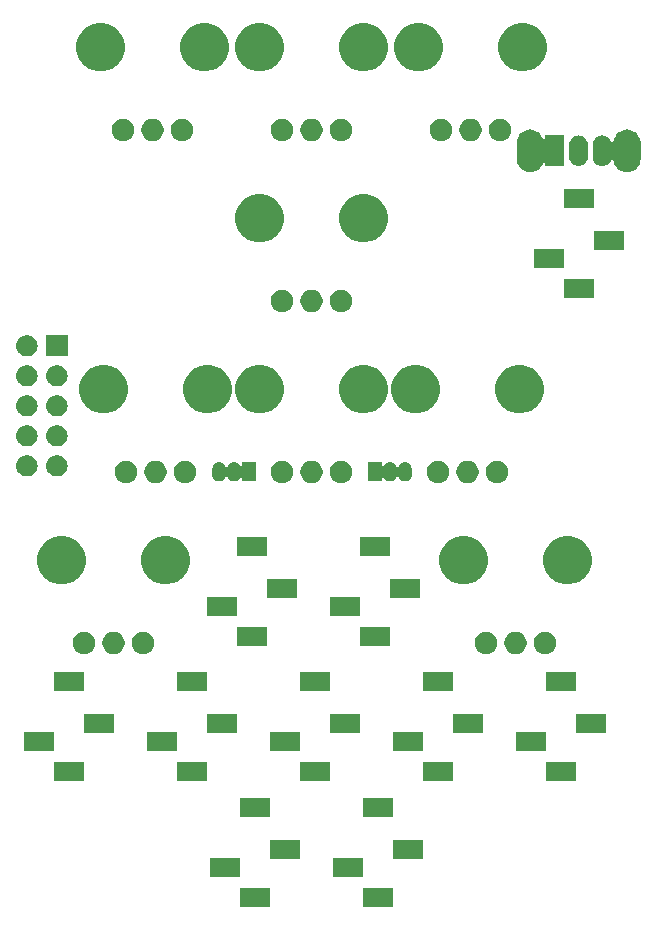
<source format=gbs>
G04 #@! TF.GenerationSoftware,KiCad,Pcbnew,(5.0.2)-1*
G04 #@! TF.CreationDate,2019-02-20T11:37:58+00:00*
G04 #@! TF.ProjectId,vco,76636f2e-6b69-4636-9164-5f7063625858,rev?*
G04 #@! TF.SameCoordinates,Original*
G04 #@! TF.FileFunction,Soldermask,Bot*
G04 #@! TF.FilePolarity,Negative*
%FSLAX46Y46*%
G04 Gerber Fmt 4.6, Leading zero omitted, Abs format (unit mm)*
G04 Created by KiCad (PCBNEW (5.0.2)-1) date 20/02/2019 11:37:58*
%MOMM*%
%LPD*%
G01*
G04 APERTURE LIST*
%ADD10C,0.100000*%
G04 APERTURE END LIST*
D10*
G36*
X142271000Y-136945000D02*
X139669000Y-136945000D01*
X139669000Y-135343000D01*
X142271000Y-135343000D01*
X142271000Y-136945000D01*
X142271000Y-136945000D01*
G37*
G36*
X131857000Y-136945000D02*
X129255000Y-136945000D01*
X129255000Y-135343000D01*
X131857000Y-135343000D01*
X131857000Y-136945000D01*
X131857000Y-136945000D01*
G37*
G36*
X139731000Y-134405000D02*
X137129000Y-134405000D01*
X137129000Y-132803000D01*
X139731000Y-132803000D01*
X139731000Y-134405000D01*
X139731000Y-134405000D01*
G37*
G36*
X129317000Y-134405000D02*
X126715000Y-134405000D01*
X126715000Y-132803000D01*
X129317000Y-132803000D01*
X129317000Y-134405000D01*
X129317000Y-134405000D01*
G37*
G36*
X134397000Y-132881000D02*
X131795000Y-132881000D01*
X131795000Y-131279000D01*
X134397000Y-131279000D01*
X134397000Y-132881000D01*
X134397000Y-132881000D01*
G37*
G36*
X144811000Y-132881000D02*
X142209000Y-132881000D01*
X142209000Y-131279000D01*
X144811000Y-131279000D01*
X144811000Y-132881000D01*
X144811000Y-132881000D01*
G37*
G36*
X131857000Y-129325000D02*
X129255000Y-129325000D01*
X129255000Y-127723000D01*
X131857000Y-127723000D01*
X131857000Y-129325000D01*
X131857000Y-129325000D01*
G37*
G36*
X142271000Y-129325000D02*
X139669000Y-129325000D01*
X139669000Y-127723000D01*
X142271000Y-127723000D01*
X142271000Y-129325000D01*
X142271000Y-129325000D01*
G37*
G36*
X147351000Y-126277000D02*
X144749000Y-126277000D01*
X144749000Y-124675000D01*
X147351000Y-124675000D01*
X147351000Y-126277000D01*
X147351000Y-126277000D01*
G37*
G36*
X136937000Y-126277000D02*
X134335000Y-126277000D01*
X134335000Y-124675000D01*
X136937000Y-124675000D01*
X136937000Y-126277000D01*
X136937000Y-126277000D01*
G37*
G36*
X157765000Y-126277000D02*
X155163000Y-126277000D01*
X155163000Y-124675000D01*
X157765000Y-124675000D01*
X157765000Y-126277000D01*
X157765000Y-126277000D01*
G37*
G36*
X126523000Y-126277000D02*
X123921000Y-126277000D01*
X123921000Y-124675000D01*
X126523000Y-124675000D01*
X126523000Y-126277000D01*
X126523000Y-126277000D01*
G37*
G36*
X116109000Y-126277000D02*
X113507000Y-126277000D01*
X113507000Y-124675000D01*
X116109000Y-124675000D01*
X116109000Y-126277000D01*
X116109000Y-126277000D01*
G37*
G36*
X134397000Y-123737000D02*
X131795000Y-123737000D01*
X131795000Y-122135000D01*
X134397000Y-122135000D01*
X134397000Y-123737000D01*
X134397000Y-123737000D01*
G37*
G36*
X123983000Y-123737000D02*
X121381000Y-123737000D01*
X121381000Y-122135000D01*
X123983000Y-122135000D01*
X123983000Y-123737000D01*
X123983000Y-123737000D01*
G37*
G36*
X113569000Y-123737000D02*
X110967000Y-123737000D01*
X110967000Y-122135000D01*
X113569000Y-122135000D01*
X113569000Y-123737000D01*
X113569000Y-123737000D01*
G37*
G36*
X155225000Y-123737000D02*
X152623000Y-123737000D01*
X152623000Y-122135000D01*
X155225000Y-122135000D01*
X155225000Y-123737000D01*
X155225000Y-123737000D01*
G37*
G36*
X144811000Y-123737000D02*
X142209000Y-123737000D01*
X142209000Y-122135000D01*
X144811000Y-122135000D01*
X144811000Y-123737000D01*
X144811000Y-123737000D01*
G37*
G36*
X149891000Y-122213000D02*
X147289000Y-122213000D01*
X147289000Y-120611000D01*
X149891000Y-120611000D01*
X149891000Y-122213000D01*
X149891000Y-122213000D01*
G37*
G36*
X160305000Y-122213000D02*
X157703000Y-122213000D01*
X157703000Y-120611000D01*
X160305000Y-120611000D01*
X160305000Y-122213000D01*
X160305000Y-122213000D01*
G37*
G36*
X139477000Y-122213000D02*
X136875000Y-122213000D01*
X136875000Y-120611000D01*
X139477000Y-120611000D01*
X139477000Y-122213000D01*
X139477000Y-122213000D01*
G37*
G36*
X129063000Y-122213000D02*
X126461000Y-122213000D01*
X126461000Y-120611000D01*
X129063000Y-120611000D01*
X129063000Y-122213000D01*
X129063000Y-122213000D01*
G37*
G36*
X118649000Y-122213000D02*
X116047000Y-122213000D01*
X116047000Y-120611000D01*
X118649000Y-120611000D01*
X118649000Y-122213000D01*
X118649000Y-122213000D01*
G37*
G36*
X157765000Y-118657000D02*
X155163000Y-118657000D01*
X155163000Y-117055000D01*
X157765000Y-117055000D01*
X157765000Y-118657000D01*
X157765000Y-118657000D01*
G37*
G36*
X116109000Y-118657000D02*
X113507000Y-118657000D01*
X113507000Y-117055000D01*
X116109000Y-117055000D01*
X116109000Y-118657000D01*
X116109000Y-118657000D01*
G37*
G36*
X147351000Y-118657000D02*
X144749000Y-118657000D01*
X144749000Y-117055000D01*
X147351000Y-117055000D01*
X147351000Y-118657000D01*
X147351000Y-118657000D01*
G37*
G36*
X126523000Y-118657000D02*
X123921000Y-118657000D01*
X123921000Y-117055000D01*
X126523000Y-117055000D01*
X126523000Y-118657000D01*
X126523000Y-118657000D01*
G37*
G36*
X136937000Y-118657000D02*
X134335000Y-118657000D01*
X134335000Y-117055000D01*
X136937000Y-117055000D01*
X136937000Y-118657000D01*
X136937000Y-118657000D01*
G37*
G36*
X150391396Y-113639546D02*
X150564466Y-113711234D01*
X150720230Y-113815312D01*
X150852688Y-113947770D01*
X150956766Y-114103534D01*
X151028454Y-114276604D01*
X151065000Y-114460333D01*
X151065000Y-114647667D01*
X151028454Y-114831396D01*
X150956766Y-115004466D01*
X150852688Y-115160230D01*
X150720230Y-115292688D01*
X150564466Y-115396766D01*
X150391396Y-115468454D01*
X150207667Y-115505000D01*
X150020333Y-115505000D01*
X149836604Y-115468454D01*
X149663534Y-115396766D01*
X149507770Y-115292688D01*
X149375312Y-115160230D01*
X149271234Y-115004466D01*
X149199546Y-114831396D01*
X149163000Y-114647667D01*
X149163000Y-114460333D01*
X149199546Y-114276604D01*
X149271234Y-114103534D01*
X149375312Y-113947770D01*
X149507770Y-113815312D01*
X149663534Y-113711234D01*
X149836604Y-113639546D01*
X150020333Y-113603000D01*
X150207667Y-113603000D01*
X150391396Y-113639546D01*
X150391396Y-113639546D01*
G37*
G36*
X155391396Y-113639546D02*
X155564466Y-113711234D01*
X155720230Y-113815312D01*
X155852688Y-113947770D01*
X155956766Y-114103534D01*
X156028454Y-114276604D01*
X156065000Y-114460333D01*
X156065000Y-114647667D01*
X156028454Y-114831396D01*
X155956766Y-115004466D01*
X155852688Y-115160230D01*
X155720230Y-115292688D01*
X155564466Y-115396766D01*
X155391396Y-115468454D01*
X155207667Y-115505000D01*
X155020333Y-115505000D01*
X154836604Y-115468454D01*
X154663534Y-115396766D01*
X154507770Y-115292688D01*
X154375312Y-115160230D01*
X154271234Y-115004466D01*
X154199546Y-114831396D01*
X154163000Y-114647667D01*
X154163000Y-114460333D01*
X154199546Y-114276604D01*
X154271234Y-114103534D01*
X154375312Y-113947770D01*
X154507770Y-113815312D01*
X154663534Y-113711234D01*
X154836604Y-113639546D01*
X155020333Y-113603000D01*
X155207667Y-113603000D01*
X155391396Y-113639546D01*
X155391396Y-113639546D01*
G37*
G36*
X152891396Y-113639546D02*
X153064466Y-113711234D01*
X153220230Y-113815312D01*
X153352688Y-113947770D01*
X153456766Y-114103534D01*
X153528454Y-114276604D01*
X153565000Y-114460333D01*
X153565000Y-114647667D01*
X153528454Y-114831396D01*
X153456766Y-115004466D01*
X153352688Y-115160230D01*
X153220230Y-115292688D01*
X153064466Y-115396766D01*
X152891396Y-115468454D01*
X152707667Y-115505000D01*
X152520333Y-115505000D01*
X152336604Y-115468454D01*
X152163534Y-115396766D01*
X152007770Y-115292688D01*
X151875312Y-115160230D01*
X151771234Y-115004466D01*
X151699546Y-114831396D01*
X151663000Y-114647667D01*
X151663000Y-114460333D01*
X151699546Y-114276604D01*
X151771234Y-114103534D01*
X151875312Y-113947770D01*
X152007770Y-113815312D01*
X152163534Y-113711234D01*
X152336604Y-113639546D01*
X152520333Y-113603000D01*
X152707667Y-113603000D01*
X152891396Y-113639546D01*
X152891396Y-113639546D01*
G37*
G36*
X121355396Y-113639546D02*
X121528466Y-113711234D01*
X121684230Y-113815312D01*
X121816688Y-113947770D01*
X121920766Y-114103534D01*
X121992454Y-114276604D01*
X122029000Y-114460333D01*
X122029000Y-114647667D01*
X121992454Y-114831396D01*
X121920766Y-115004466D01*
X121816688Y-115160230D01*
X121684230Y-115292688D01*
X121528466Y-115396766D01*
X121355396Y-115468454D01*
X121171667Y-115505000D01*
X120984333Y-115505000D01*
X120800604Y-115468454D01*
X120627534Y-115396766D01*
X120471770Y-115292688D01*
X120339312Y-115160230D01*
X120235234Y-115004466D01*
X120163546Y-114831396D01*
X120127000Y-114647667D01*
X120127000Y-114460333D01*
X120163546Y-114276604D01*
X120235234Y-114103534D01*
X120339312Y-113947770D01*
X120471770Y-113815312D01*
X120627534Y-113711234D01*
X120800604Y-113639546D01*
X120984333Y-113603000D01*
X121171667Y-113603000D01*
X121355396Y-113639546D01*
X121355396Y-113639546D01*
G37*
G36*
X116355396Y-113639546D02*
X116528466Y-113711234D01*
X116684230Y-113815312D01*
X116816688Y-113947770D01*
X116920766Y-114103534D01*
X116992454Y-114276604D01*
X117029000Y-114460333D01*
X117029000Y-114647667D01*
X116992454Y-114831396D01*
X116920766Y-115004466D01*
X116816688Y-115160230D01*
X116684230Y-115292688D01*
X116528466Y-115396766D01*
X116355396Y-115468454D01*
X116171667Y-115505000D01*
X115984333Y-115505000D01*
X115800604Y-115468454D01*
X115627534Y-115396766D01*
X115471770Y-115292688D01*
X115339312Y-115160230D01*
X115235234Y-115004466D01*
X115163546Y-114831396D01*
X115127000Y-114647667D01*
X115127000Y-114460333D01*
X115163546Y-114276604D01*
X115235234Y-114103534D01*
X115339312Y-113947770D01*
X115471770Y-113815312D01*
X115627534Y-113711234D01*
X115800604Y-113639546D01*
X115984333Y-113603000D01*
X116171667Y-113603000D01*
X116355396Y-113639546D01*
X116355396Y-113639546D01*
G37*
G36*
X118855396Y-113639546D02*
X119028466Y-113711234D01*
X119184230Y-113815312D01*
X119316688Y-113947770D01*
X119420766Y-114103534D01*
X119492454Y-114276604D01*
X119529000Y-114460333D01*
X119529000Y-114647667D01*
X119492454Y-114831396D01*
X119420766Y-115004466D01*
X119316688Y-115160230D01*
X119184230Y-115292688D01*
X119028466Y-115396766D01*
X118855396Y-115468454D01*
X118671667Y-115505000D01*
X118484333Y-115505000D01*
X118300604Y-115468454D01*
X118127534Y-115396766D01*
X117971770Y-115292688D01*
X117839312Y-115160230D01*
X117735234Y-115004466D01*
X117663546Y-114831396D01*
X117627000Y-114647667D01*
X117627000Y-114460333D01*
X117663546Y-114276604D01*
X117735234Y-114103534D01*
X117839312Y-113947770D01*
X117971770Y-113815312D01*
X118127534Y-113711234D01*
X118300604Y-113639546D01*
X118484333Y-113603000D01*
X118671667Y-113603000D01*
X118855396Y-113639546D01*
X118855396Y-113639546D01*
G37*
G36*
X142017000Y-114847000D02*
X139415000Y-114847000D01*
X139415000Y-113245000D01*
X142017000Y-113245000D01*
X142017000Y-114847000D01*
X142017000Y-114847000D01*
G37*
G36*
X131603000Y-114847000D02*
X129001000Y-114847000D01*
X129001000Y-113245000D01*
X131603000Y-113245000D01*
X131603000Y-114847000D01*
X131603000Y-114847000D01*
G37*
G36*
X139477000Y-112307000D02*
X136875000Y-112307000D01*
X136875000Y-110705000D01*
X139477000Y-110705000D01*
X139477000Y-112307000D01*
X139477000Y-112307000D01*
G37*
G36*
X129063000Y-112307000D02*
X126461000Y-112307000D01*
X126461000Y-110705000D01*
X129063000Y-110705000D01*
X129063000Y-112307000D01*
X129063000Y-112307000D01*
G37*
G36*
X134143000Y-110783000D02*
X131541000Y-110783000D01*
X131541000Y-109181000D01*
X134143000Y-109181000D01*
X134143000Y-110783000D01*
X134143000Y-110783000D01*
G37*
G36*
X144557000Y-110783000D02*
X141955000Y-110783000D01*
X141955000Y-109181000D01*
X144557000Y-109181000D01*
X144557000Y-110783000D01*
X144557000Y-110783000D01*
G37*
G36*
X114776252Y-105581818D02*
X114776254Y-105581819D01*
X114776255Y-105581819D01*
X115149513Y-105736427D01*
X115149514Y-105736428D01*
X115485439Y-105960886D01*
X115771114Y-106246561D01*
X115771116Y-106246564D01*
X115995573Y-106582487D01*
X116150181Y-106955745D01*
X116229000Y-107351994D01*
X116229000Y-107756006D01*
X116150181Y-108152255D01*
X115995573Y-108525513D01*
X115995572Y-108525514D01*
X115771114Y-108861439D01*
X115485439Y-109147114D01*
X115485436Y-109147116D01*
X115149513Y-109371573D01*
X114776255Y-109526181D01*
X114776254Y-109526181D01*
X114776252Y-109526182D01*
X114380007Y-109605000D01*
X113975993Y-109605000D01*
X113579748Y-109526182D01*
X113579746Y-109526181D01*
X113579745Y-109526181D01*
X113206487Y-109371573D01*
X112870564Y-109147116D01*
X112870561Y-109147114D01*
X112584886Y-108861439D01*
X112360428Y-108525514D01*
X112360427Y-108525513D01*
X112205819Y-108152255D01*
X112127000Y-107756006D01*
X112127000Y-107351994D01*
X112205819Y-106955745D01*
X112360427Y-106582487D01*
X112584884Y-106246564D01*
X112584886Y-106246561D01*
X112870561Y-105960886D01*
X113206486Y-105736428D01*
X113206487Y-105736427D01*
X113579745Y-105581819D01*
X113579746Y-105581819D01*
X113579748Y-105581818D01*
X113975993Y-105503000D01*
X114380007Y-105503000D01*
X114776252Y-105581818D01*
X114776252Y-105581818D01*
G37*
G36*
X157612252Y-105581818D02*
X157612254Y-105581819D01*
X157612255Y-105581819D01*
X157985513Y-105736427D01*
X157985514Y-105736428D01*
X158321439Y-105960886D01*
X158607114Y-106246561D01*
X158607116Y-106246564D01*
X158831573Y-106582487D01*
X158986181Y-106955745D01*
X159065000Y-107351994D01*
X159065000Y-107756006D01*
X158986181Y-108152255D01*
X158831573Y-108525513D01*
X158831572Y-108525514D01*
X158607114Y-108861439D01*
X158321439Y-109147114D01*
X158321436Y-109147116D01*
X157985513Y-109371573D01*
X157612255Y-109526181D01*
X157612254Y-109526181D01*
X157612252Y-109526182D01*
X157216007Y-109605000D01*
X156811993Y-109605000D01*
X156415748Y-109526182D01*
X156415746Y-109526181D01*
X156415745Y-109526181D01*
X156042487Y-109371573D01*
X155706564Y-109147116D01*
X155706561Y-109147114D01*
X155420886Y-108861439D01*
X155196428Y-108525514D01*
X155196427Y-108525513D01*
X155041819Y-108152255D01*
X154963000Y-107756006D01*
X154963000Y-107351994D01*
X155041819Y-106955745D01*
X155196427Y-106582487D01*
X155420884Y-106246564D01*
X155420886Y-106246561D01*
X155706561Y-105960886D01*
X156042486Y-105736428D01*
X156042487Y-105736427D01*
X156415745Y-105581819D01*
X156415746Y-105581819D01*
X156415748Y-105581818D01*
X156811993Y-105503000D01*
X157216007Y-105503000D01*
X157612252Y-105581818D01*
X157612252Y-105581818D01*
G37*
G36*
X148812252Y-105581818D02*
X148812254Y-105581819D01*
X148812255Y-105581819D01*
X149185513Y-105736427D01*
X149185514Y-105736428D01*
X149521439Y-105960886D01*
X149807114Y-106246561D01*
X149807116Y-106246564D01*
X150031573Y-106582487D01*
X150186181Y-106955745D01*
X150265000Y-107351994D01*
X150265000Y-107756006D01*
X150186181Y-108152255D01*
X150031573Y-108525513D01*
X150031572Y-108525514D01*
X149807114Y-108861439D01*
X149521439Y-109147114D01*
X149521436Y-109147116D01*
X149185513Y-109371573D01*
X148812255Y-109526181D01*
X148812254Y-109526181D01*
X148812252Y-109526182D01*
X148416007Y-109605000D01*
X148011993Y-109605000D01*
X147615748Y-109526182D01*
X147615746Y-109526181D01*
X147615745Y-109526181D01*
X147242487Y-109371573D01*
X146906564Y-109147116D01*
X146906561Y-109147114D01*
X146620886Y-108861439D01*
X146396428Y-108525514D01*
X146396427Y-108525513D01*
X146241819Y-108152255D01*
X146163000Y-107756006D01*
X146163000Y-107351994D01*
X146241819Y-106955745D01*
X146396427Y-106582487D01*
X146620884Y-106246564D01*
X146620886Y-106246561D01*
X146906561Y-105960886D01*
X147242486Y-105736428D01*
X147242487Y-105736427D01*
X147615745Y-105581819D01*
X147615746Y-105581819D01*
X147615748Y-105581818D01*
X148011993Y-105503000D01*
X148416007Y-105503000D01*
X148812252Y-105581818D01*
X148812252Y-105581818D01*
G37*
G36*
X123576252Y-105581818D02*
X123576254Y-105581819D01*
X123576255Y-105581819D01*
X123949513Y-105736427D01*
X123949514Y-105736428D01*
X124285439Y-105960886D01*
X124571114Y-106246561D01*
X124571116Y-106246564D01*
X124795573Y-106582487D01*
X124950181Y-106955745D01*
X125029000Y-107351994D01*
X125029000Y-107756006D01*
X124950181Y-108152255D01*
X124795573Y-108525513D01*
X124795572Y-108525514D01*
X124571114Y-108861439D01*
X124285439Y-109147114D01*
X124285436Y-109147116D01*
X123949513Y-109371573D01*
X123576255Y-109526181D01*
X123576254Y-109526181D01*
X123576252Y-109526182D01*
X123180007Y-109605000D01*
X122775993Y-109605000D01*
X122379748Y-109526182D01*
X122379746Y-109526181D01*
X122379745Y-109526181D01*
X122006487Y-109371573D01*
X121670564Y-109147116D01*
X121670561Y-109147114D01*
X121384886Y-108861439D01*
X121160428Y-108525514D01*
X121160427Y-108525513D01*
X121005819Y-108152255D01*
X120927000Y-107756006D01*
X120927000Y-107351994D01*
X121005819Y-106955745D01*
X121160427Y-106582487D01*
X121384884Y-106246564D01*
X121384886Y-106246561D01*
X121670561Y-105960886D01*
X122006486Y-105736428D01*
X122006487Y-105736427D01*
X122379745Y-105581819D01*
X122379746Y-105581819D01*
X122379748Y-105581818D01*
X122775993Y-105503000D01*
X123180007Y-105503000D01*
X123576252Y-105581818D01*
X123576252Y-105581818D01*
G37*
G36*
X131603000Y-107227000D02*
X129001000Y-107227000D01*
X129001000Y-105625000D01*
X131603000Y-105625000D01*
X131603000Y-107227000D01*
X131603000Y-107227000D01*
G37*
G36*
X142017000Y-107227000D02*
X139415000Y-107227000D01*
X139415000Y-105625000D01*
X142017000Y-105625000D01*
X142017000Y-107227000D01*
X142017000Y-107227000D01*
G37*
G36*
X151327396Y-99161546D02*
X151500466Y-99233234D01*
X151656230Y-99337312D01*
X151788688Y-99469770D01*
X151892766Y-99625534D01*
X151964454Y-99798604D01*
X152001000Y-99982333D01*
X152001000Y-100169667D01*
X151964454Y-100353396D01*
X151892766Y-100526466D01*
X151788688Y-100682230D01*
X151656230Y-100814688D01*
X151500466Y-100918766D01*
X151327396Y-100990454D01*
X151143667Y-101027000D01*
X150956333Y-101027000D01*
X150772604Y-100990454D01*
X150599534Y-100918766D01*
X150443770Y-100814688D01*
X150311312Y-100682230D01*
X150207234Y-100526466D01*
X150135546Y-100353396D01*
X150099000Y-100169667D01*
X150099000Y-99982333D01*
X150135546Y-99798604D01*
X150207234Y-99625534D01*
X150311312Y-99469770D01*
X150443770Y-99337312D01*
X150599534Y-99233234D01*
X150772604Y-99161546D01*
X150956333Y-99125000D01*
X151143667Y-99125000D01*
X151327396Y-99161546D01*
X151327396Y-99161546D01*
G37*
G36*
X148827396Y-99161546D02*
X149000466Y-99233234D01*
X149156230Y-99337312D01*
X149288688Y-99469770D01*
X149392766Y-99625534D01*
X149464454Y-99798604D01*
X149501000Y-99982333D01*
X149501000Y-100169667D01*
X149464454Y-100353396D01*
X149392766Y-100526466D01*
X149288688Y-100682230D01*
X149156230Y-100814688D01*
X149000466Y-100918766D01*
X148827396Y-100990454D01*
X148643667Y-101027000D01*
X148456333Y-101027000D01*
X148272604Y-100990454D01*
X148099534Y-100918766D01*
X147943770Y-100814688D01*
X147811312Y-100682230D01*
X147707234Y-100526466D01*
X147635546Y-100353396D01*
X147599000Y-100169667D01*
X147599000Y-99982333D01*
X147635546Y-99798604D01*
X147707234Y-99625534D01*
X147811312Y-99469770D01*
X147943770Y-99337312D01*
X148099534Y-99233234D01*
X148272604Y-99161546D01*
X148456333Y-99125000D01*
X148643667Y-99125000D01*
X148827396Y-99161546D01*
X148827396Y-99161546D01*
G37*
G36*
X146327396Y-99161546D02*
X146500466Y-99233234D01*
X146656230Y-99337312D01*
X146788688Y-99469770D01*
X146892766Y-99625534D01*
X146964454Y-99798604D01*
X147001000Y-99982333D01*
X147001000Y-100169667D01*
X146964454Y-100353396D01*
X146892766Y-100526466D01*
X146788688Y-100682230D01*
X146656230Y-100814688D01*
X146500466Y-100918766D01*
X146327396Y-100990454D01*
X146143667Y-101027000D01*
X145956333Y-101027000D01*
X145772604Y-100990454D01*
X145599534Y-100918766D01*
X145443770Y-100814688D01*
X145311312Y-100682230D01*
X145207234Y-100526466D01*
X145135546Y-100353396D01*
X145099000Y-100169667D01*
X145099000Y-99982333D01*
X145135546Y-99798604D01*
X145207234Y-99625534D01*
X145311312Y-99469770D01*
X145443770Y-99337312D01*
X145599534Y-99233234D01*
X145772604Y-99161546D01*
X145956333Y-99125000D01*
X146143667Y-99125000D01*
X146327396Y-99161546D01*
X146327396Y-99161546D01*
G37*
G36*
X138119396Y-99161546D02*
X138292466Y-99233234D01*
X138448230Y-99337312D01*
X138580688Y-99469770D01*
X138684766Y-99625534D01*
X138756454Y-99798604D01*
X138793000Y-99982333D01*
X138793000Y-100169667D01*
X138756454Y-100353396D01*
X138684766Y-100526466D01*
X138580688Y-100682230D01*
X138448230Y-100814688D01*
X138292466Y-100918766D01*
X138119396Y-100990454D01*
X137935667Y-101027000D01*
X137748333Y-101027000D01*
X137564604Y-100990454D01*
X137391534Y-100918766D01*
X137235770Y-100814688D01*
X137103312Y-100682230D01*
X136999234Y-100526466D01*
X136927546Y-100353396D01*
X136891000Y-100169667D01*
X136891000Y-99982333D01*
X136927546Y-99798604D01*
X136999234Y-99625534D01*
X137103312Y-99469770D01*
X137235770Y-99337312D01*
X137391534Y-99233234D01*
X137564604Y-99161546D01*
X137748333Y-99125000D01*
X137935667Y-99125000D01*
X138119396Y-99161546D01*
X138119396Y-99161546D01*
G37*
G36*
X135619396Y-99161546D02*
X135792466Y-99233234D01*
X135948230Y-99337312D01*
X136080688Y-99469770D01*
X136184766Y-99625534D01*
X136256454Y-99798604D01*
X136293000Y-99982333D01*
X136293000Y-100169667D01*
X136256454Y-100353396D01*
X136184766Y-100526466D01*
X136080688Y-100682230D01*
X135948230Y-100814688D01*
X135792466Y-100918766D01*
X135619396Y-100990454D01*
X135435667Y-101027000D01*
X135248333Y-101027000D01*
X135064604Y-100990454D01*
X134891534Y-100918766D01*
X134735770Y-100814688D01*
X134603312Y-100682230D01*
X134499234Y-100526466D01*
X134427546Y-100353396D01*
X134391000Y-100169667D01*
X134391000Y-99982333D01*
X134427546Y-99798604D01*
X134499234Y-99625534D01*
X134603312Y-99469770D01*
X134735770Y-99337312D01*
X134891534Y-99233234D01*
X135064604Y-99161546D01*
X135248333Y-99125000D01*
X135435667Y-99125000D01*
X135619396Y-99161546D01*
X135619396Y-99161546D01*
G37*
G36*
X133119396Y-99161546D02*
X133292466Y-99233234D01*
X133448230Y-99337312D01*
X133580688Y-99469770D01*
X133684766Y-99625534D01*
X133756454Y-99798604D01*
X133793000Y-99982333D01*
X133793000Y-100169667D01*
X133756454Y-100353396D01*
X133684766Y-100526466D01*
X133580688Y-100682230D01*
X133448230Y-100814688D01*
X133292466Y-100918766D01*
X133119396Y-100990454D01*
X132935667Y-101027000D01*
X132748333Y-101027000D01*
X132564604Y-100990454D01*
X132391534Y-100918766D01*
X132235770Y-100814688D01*
X132103312Y-100682230D01*
X131999234Y-100526466D01*
X131927546Y-100353396D01*
X131891000Y-100169667D01*
X131891000Y-99982333D01*
X131927546Y-99798604D01*
X131999234Y-99625534D01*
X132103312Y-99469770D01*
X132235770Y-99337312D01*
X132391534Y-99233234D01*
X132564604Y-99161546D01*
X132748333Y-99125000D01*
X132935667Y-99125000D01*
X133119396Y-99161546D01*
X133119396Y-99161546D01*
G37*
G36*
X119911396Y-99161546D02*
X120084466Y-99233234D01*
X120240230Y-99337312D01*
X120372688Y-99469770D01*
X120476766Y-99625534D01*
X120548454Y-99798604D01*
X120585000Y-99982333D01*
X120585000Y-100169667D01*
X120548454Y-100353396D01*
X120476766Y-100526466D01*
X120372688Y-100682230D01*
X120240230Y-100814688D01*
X120084466Y-100918766D01*
X119911396Y-100990454D01*
X119727667Y-101027000D01*
X119540333Y-101027000D01*
X119356604Y-100990454D01*
X119183534Y-100918766D01*
X119027770Y-100814688D01*
X118895312Y-100682230D01*
X118791234Y-100526466D01*
X118719546Y-100353396D01*
X118683000Y-100169667D01*
X118683000Y-99982333D01*
X118719546Y-99798604D01*
X118791234Y-99625534D01*
X118895312Y-99469770D01*
X119027770Y-99337312D01*
X119183534Y-99233234D01*
X119356604Y-99161546D01*
X119540333Y-99125000D01*
X119727667Y-99125000D01*
X119911396Y-99161546D01*
X119911396Y-99161546D01*
G37*
G36*
X122411396Y-99161546D02*
X122584466Y-99233234D01*
X122740230Y-99337312D01*
X122872688Y-99469770D01*
X122976766Y-99625534D01*
X123048454Y-99798604D01*
X123085000Y-99982333D01*
X123085000Y-100169667D01*
X123048454Y-100353396D01*
X122976766Y-100526466D01*
X122872688Y-100682230D01*
X122740230Y-100814688D01*
X122584466Y-100918766D01*
X122411396Y-100990454D01*
X122227667Y-101027000D01*
X122040333Y-101027000D01*
X121856604Y-100990454D01*
X121683534Y-100918766D01*
X121527770Y-100814688D01*
X121395312Y-100682230D01*
X121291234Y-100526466D01*
X121219546Y-100353396D01*
X121183000Y-100169667D01*
X121183000Y-99982333D01*
X121219546Y-99798604D01*
X121291234Y-99625534D01*
X121395312Y-99469770D01*
X121527770Y-99337312D01*
X121683534Y-99233234D01*
X121856604Y-99161546D01*
X122040333Y-99125000D01*
X122227667Y-99125000D01*
X122411396Y-99161546D01*
X122411396Y-99161546D01*
G37*
G36*
X124911396Y-99161546D02*
X125084466Y-99233234D01*
X125240230Y-99337312D01*
X125372688Y-99469770D01*
X125476766Y-99625534D01*
X125548454Y-99798604D01*
X125585000Y-99982333D01*
X125585000Y-100169667D01*
X125548454Y-100353396D01*
X125476766Y-100526466D01*
X125372688Y-100682230D01*
X125240230Y-100814688D01*
X125084466Y-100918766D01*
X124911396Y-100990454D01*
X124727667Y-101027000D01*
X124540333Y-101027000D01*
X124356604Y-100990454D01*
X124183534Y-100918766D01*
X124027770Y-100814688D01*
X123895312Y-100682230D01*
X123791234Y-100526466D01*
X123719546Y-100353396D01*
X123683000Y-100169667D01*
X123683000Y-99982333D01*
X123719546Y-99798604D01*
X123791234Y-99625534D01*
X123895312Y-99469770D01*
X124027770Y-99337312D01*
X124183534Y-99233234D01*
X124356604Y-99161546D01*
X124540333Y-99125000D01*
X124727667Y-99125000D01*
X124911396Y-99161546D01*
X124911396Y-99161546D01*
G37*
G36*
X128890916Y-99283334D02*
X128999492Y-99316271D01*
X129099555Y-99369755D01*
X129099557Y-99369756D01*
X129187264Y-99441736D01*
X129250374Y-99518635D01*
X129267701Y-99535962D01*
X129288076Y-99549576D01*
X129310715Y-99558954D01*
X129334748Y-99563734D01*
X129359252Y-99563734D01*
X129383286Y-99558953D01*
X129405925Y-99549576D01*
X129426299Y-99535962D01*
X129443626Y-99518635D01*
X129457240Y-99498260D01*
X129466618Y-99475621D01*
X129472000Y-99439336D01*
X129472000Y-99275000D01*
X130624000Y-99275000D01*
X130624000Y-100877000D01*
X129472000Y-100877000D01*
X129472000Y-100712663D01*
X129469598Y-100688277D01*
X129462485Y-100664828D01*
X129450934Y-100643217D01*
X129435388Y-100624275D01*
X129416446Y-100608729D01*
X129394835Y-100597178D01*
X129371386Y-100590065D01*
X129347000Y-100587663D01*
X129322614Y-100590065D01*
X129299165Y-100597178D01*
X129277554Y-100608729D01*
X129250377Y-100633361D01*
X129187264Y-100710264D01*
X129099556Y-100782244D01*
X128999491Y-100835729D01*
X128890915Y-100868666D01*
X128778000Y-100879787D01*
X128665084Y-100868666D01*
X128556508Y-100835729D01*
X128456443Y-100782244D01*
X128368736Y-100710264D01*
X128296756Y-100622556D01*
X128253240Y-100541142D01*
X128239627Y-100520767D01*
X128222299Y-100503440D01*
X128201925Y-100489826D01*
X128179286Y-100480449D01*
X128155253Y-100475668D01*
X128130748Y-100475668D01*
X128106715Y-100480448D01*
X128084076Y-100489826D01*
X128063701Y-100503439D01*
X128046374Y-100520767D01*
X128032767Y-100541131D01*
X127989244Y-100622557D01*
X127917264Y-100710264D01*
X127829556Y-100782244D01*
X127729491Y-100835729D01*
X127620915Y-100868666D01*
X127508000Y-100879787D01*
X127395084Y-100868666D01*
X127286508Y-100835729D01*
X127186443Y-100782244D01*
X127098736Y-100710264D01*
X127026756Y-100622556D01*
X126973271Y-100522491D01*
X126940334Y-100413915D01*
X126932000Y-100329297D01*
X126932000Y-99822702D01*
X126940334Y-99738084D01*
X126973271Y-99629508D01*
X127008428Y-99563734D01*
X127026755Y-99529446D01*
X127026756Y-99529445D01*
X127026757Y-99529443D01*
X127098737Y-99441736D01*
X127186444Y-99369756D01*
X127286509Y-99316271D01*
X127395085Y-99283334D01*
X127508000Y-99272213D01*
X127620916Y-99283334D01*
X127729492Y-99316271D01*
X127829555Y-99369755D01*
X127829557Y-99369756D01*
X127917264Y-99441736D01*
X127989244Y-99529443D01*
X128032760Y-99610857D01*
X128046373Y-99631232D01*
X128063701Y-99648559D01*
X128084075Y-99662173D01*
X128106714Y-99671550D01*
X128130747Y-99676331D01*
X128155252Y-99676331D01*
X128179285Y-99671551D01*
X128201924Y-99662173D01*
X128222299Y-99648560D01*
X128239626Y-99631232D01*
X128253240Y-99610857D01*
X128296755Y-99529446D01*
X128296756Y-99529445D01*
X128296757Y-99529443D01*
X128368737Y-99441736D01*
X128456444Y-99369756D01*
X128556509Y-99316271D01*
X128665085Y-99283334D01*
X128778000Y-99272213D01*
X128890916Y-99283334D01*
X128890916Y-99283334D01*
G37*
G36*
X143368915Y-99283334D02*
X143477491Y-99316271D01*
X143577556Y-99369756D01*
X143665264Y-99441736D01*
X143737244Y-99529443D01*
X143790729Y-99629508D01*
X143823666Y-99738084D01*
X143832000Y-99822702D01*
X143832000Y-100329297D01*
X143823666Y-100413916D01*
X143790729Y-100522492D01*
X143737244Y-100622557D01*
X143665264Y-100710264D01*
X143577557Y-100782244D01*
X143477492Y-100835729D01*
X143368916Y-100868666D01*
X143256000Y-100879787D01*
X143143085Y-100868666D01*
X143034509Y-100835729D01*
X142934444Y-100782244D01*
X142846737Y-100710264D01*
X142774757Y-100622557D01*
X142767366Y-100608729D01*
X142731240Y-100541143D01*
X142717627Y-100520768D01*
X142700299Y-100503441D01*
X142679925Y-100489827D01*
X142657286Y-100480450D01*
X142633253Y-100475669D01*
X142608748Y-100475669D01*
X142584715Y-100480449D01*
X142562076Y-100489827D01*
X142541701Y-100503440D01*
X142524374Y-100520768D01*
X142510761Y-100541142D01*
X142467244Y-100622557D01*
X142395264Y-100710264D01*
X142307557Y-100782244D01*
X142207492Y-100835729D01*
X142098916Y-100868666D01*
X141986000Y-100879787D01*
X141873085Y-100868666D01*
X141764509Y-100835729D01*
X141664444Y-100782244D01*
X141576737Y-100710264D01*
X141513626Y-100633364D01*
X141496299Y-100616036D01*
X141475924Y-100602423D01*
X141453285Y-100593045D01*
X141429252Y-100588265D01*
X141404748Y-100588265D01*
X141380714Y-100593046D01*
X141358075Y-100602423D01*
X141337701Y-100616037D01*
X141320373Y-100633364D01*
X141306760Y-100653739D01*
X141297382Y-100676378D01*
X141292000Y-100712663D01*
X141292000Y-100877000D01*
X140140000Y-100877000D01*
X140140000Y-99275000D01*
X141292000Y-99275000D01*
X141292000Y-99439337D01*
X141294402Y-99463723D01*
X141301515Y-99487172D01*
X141313066Y-99508783D01*
X141328612Y-99527725D01*
X141347554Y-99543271D01*
X141369165Y-99554822D01*
X141392614Y-99561935D01*
X141417000Y-99564337D01*
X141441386Y-99561935D01*
X141464835Y-99554822D01*
X141486446Y-99543271D01*
X141513626Y-99518636D01*
X141539448Y-99487172D01*
X141576736Y-99441736D01*
X141664443Y-99369756D01*
X141764508Y-99316271D01*
X141873084Y-99283334D01*
X141986000Y-99272213D01*
X142098915Y-99283334D01*
X142207491Y-99316271D01*
X142307556Y-99369756D01*
X142395264Y-99441736D01*
X142467244Y-99529443D01*
X142510767Y-99610869D01*
X142524373Y-99631232D01*
X142541700Y-99648560D01*
X142562075Y-99662174D01*
X142584713Y-99671551D01*
X142608747Y-99676332D01*
X142633251Y-99676332D01*
X142657285Y-99671552D01*
X142679924Y-99662175D01*
X142700298Y-99648561D01*
X142717626Y-99631234D01*
X142731240Y-99610858D01*
X142774756Y-99529444D01*
X142809448Y-99487172D01*
X142846736Y-99441736D01*
X142934443Y-99369756D01*
X143034508Y-99316271D01*
X143143084Y-99283334D01*
X143256000Y-99272213D01*
X143368915Y-99283334D01*
X143368915Y-99283334D01*
G37*
G36*
X113902442Y-98673518D02*
X113968627Y-98680037D01*
X114081853Y-98714384D01*
X114138467Y-98731557D01*
X114277087Y-98805652D01*
X114294991Y-98815222D01*
X114330729Y-98844552D01*
X114432186Y-98927814D01*
X114515448Y-99029271D01*
X114544778Y-99065009D01*
X114544779Y-99065011D01*
X114628443Y-99221533D01*
X114643816Y-99272213D01*
X114679963Y-99391373D01*
X114697359Y-99568000D01*
X114679963Y-99744627D01*
X114645616Y-99857853D01*
X114628443Y-99914467D01*
X114592167Y-99982333D01*
X114544778Y-100070991D01*
X114515448Y-100106729D01*
X114432186Y-100208186D01*
X114330729Y-100291448D01*
X114294991Y-100320778D01*
X114294989Y-100320779D01*
X114138467Y-100404443D01*
X114107251Y-100413912D01*
X113968627Y-100455963D01*
X113902442Y-100462482D01*
X113836260Y-100469000D01*
X113747740Y-100469000D01*
X113681557Y-100462481D01*
X113615373Y-100455963D01*
X113476749Y-100413912D01*
X113445533Y-100404443D01*
X113289011Y-100320779D01*
X113289009Y-100320778D01*
X113253271Y-100291448D01*
X113151814Y-100208186D01*
X113068552Y-100106729D01*
X113039222Y-100070991D01*
X112991833Y-99982333D01*
X112955557Y-99914467D01*
X112938384Y-99857853D01*
X112904037Y-99744627D01*
X112886641Y-99568000D01*
X112904037Y-99391373D01*
X112940184Y-99272213D01*
X112955557Y-99221533D01*
X113039221Y-99065011D01*
X113039222Y-99065009D01*
X113068552Y-99029271D01*
X113151814Y-98927814D01*
X113253271Y-98844552D01*
X113289009Y-98815222D01*
X113306913Y-98805652D01*
X113445533Y-98731557D01*
X113502147Y-98714384D01*
X113615373Y-98680037D01*
X113681558Y-98673518D01*
X113747740Y-98667000D01*
X113836260Y-98667000D01*
X113902442Y-98673518D01*
X113902442Y-98673518D01*
G37*
G36*
X111362442Y-98673518D02*
X111428627Y-98680037D01*
X111541853Y-98714384D01*
X111598467Y-98731557D01*
X111737087Y-98805652D01*
X111754991Y-98815222D01*
X111790729Y-98844552D01*
X111892186Y-98927814D01*
X111975448Y-99029271D01*
X112004778Y-99065009D01*
X112004779Y-99065011D01*
X112088443Y-99221533D01*
X112103816Y-99272213D01*
X112139963Y-99391373D01*
X112157359Y-99568000D01*
X112139963Y-99744627D01*
X112105616Y-99857853D01*
X112088443Y-99914467D01*
X112052167Y-99982333D01*
X112004778Y-100070991D01*
X111975448Y-100106729D01*
X111892186Y-100208186D01*
X111790729Y-100291448D01*
X111754991Y-100320778D01*
X111754989Y-100320779D01*
X111598467Y-100404443D01*
X111567251Y-100413912D01*
X111428627Y-100455963D01*
X111362442Y-100462482D01*
X111296260Y-100469000D01*
X111207740Y-100469000D01*
X111141557Y-100462481D01*
X111075373Y-100455963D01*
X110936749Y-100413912D01*
X110905533Y-100404443D01*
X110749011Y-100320779D01*
X110749009Y-100320778D01*
X110713271Y-100291448D01*
X110611814Y-100208186D01*
X110528552Y-100106729D01*
X110499222Y-100070991D01*
X110451833Y-99982333D01*
X110415557Y-99914467D01*
X110398384Y-99857853D01*
X110364037Y-99744627D01*
X110346641Y-99568000D01*
X110364037Y-99391373D01*
X110400184Y-99272213D01*
X110415557Y-99221533D01*
X110499221Y-99065011D01*
X110499222Y-99065009D01*
X110528552Y-99029271D01*
X110611814Y-98927814D01*
X110713271Y-98844552D01*
X110749009Y-98815222D01*
X110766913Y-98805652D01*
X110905533Y-98731557D01*
X110962147Y-98714384D01*
X111075373Y-98680037D01*
X111141558Y-98673518D01*
X111207740Y-98667000D01*
X111296260Y-98667000D01*
X111362442Y-98673518D01*
X111362442Y-98673518D01*
G37*
G36*
X111362443Y-96133519D02*
X111428627Y-96140037D01*
X111541853Y-96174384D01*
X111598467Y-96191557D01*
X111737087Y-96265652D01*
X111754991Y-96275222D01*
X111790729Y-96304552D01*
X111892186Y-96387814D01*
X111975448Y-96489271D01*
X112004778Y-96525009D01*
X112004779Y-96525011D01*
X112088443Y-96681533D01*
X112088443Y-96681534D01*
X112139963Y-96851373D01*
X112157359Y-97028000D01*
X112139963Y-97204627D01*
X112105616Y-97317853D01*
X112088443Y-97374467D01*
X112014348Y-97513087D01*
X112004778Y-97530991D01*
X111975448Y-97566729D01*
X111892186Y-97668186D01*
X111790729Y-97751448D01*
X111754991Y-97780778D01*
X111754989Y-97780779D01*
X111598467Y-97864443D01*
X111541853Y-97881616D01*
X111428627Y-97915963D01*
X111362442Y-97922482D01*
X111296260Y-97929000D01*
X111207740Y-97929000D01*
X111141558Y-97922482D01*
X111075373Y-97915963D01*
X110962147Y-97881616D01*
X110905533Y-97864443D01*
X110749011Y-97780779D01*
X110749009Y-97780778D01*
X110713271Y-97751448D01*
X110611814Y-97668186D01*
X110528552Y-97566729D01*
X110499222Y-97530991D01*
X110489652Y-97513087D01*
X110415557Y-97374467D01*
X110398384Y-97317853D01*
X110364037Y-97204627D01*
X110346641Y-97028000D01*
X110364037Y-96851373D01*
X110415557Y-96681534D01*
X110415557Y-96681533D01*
X110499221Y-96525011D01*
X110499222Y-96525009D01*
X110528552Y-96489271D01*
X110611814Y-96387814D01*
X110713271Y-96304552D01*
X110749009Y-96275222D01*
X110766913Y-96265652D01*
X110905533Y-96191557D01*
X110962147Y-96174384D01*
X111075373Y-96140037D01*
X111141557Y-96133519D01*
X111207740Y-96127000D01*
X111296260Y-96127000D01*
X111362443Y-96133519D01*
X111362443Y-96133519D01*
G37*
G36*
X113902443Y-96133519D02*
X113968627Y-96140037D01*
X114081853Y-96174384D01*
X114138467Y-96191557D01*
X114277087Y-96265652D01*
X114294991Y-96275222D01*
X114330729Y-96304552D01*
X114432186Y-96387814D01*
X114515448Y-96489271D01*
X114544778Y-96525009D01*
X114544779Y-96525011D01*
X114628443Y-96681533D01*
X114628443Y-96681534D01*
X114679963Y-96851373D01*
X114697359Y-97028000D01*
X114679963Y-97204627D01*
X114645616Y-97317853D01*
X114628443Y-97374467D01*
X114554348Y-97513087D01*
X114544778Y-97530991D01*
X114515448Y-97566729D01*
X114432186Y-97668186D01*
X114330729Y-97751448D01*
X114294991Y-97780778D01*
X114294989Y-97780779D01*
X114138467Y-97864443D01*
X114081853Y-97881616D01*
X113968627Y-97915963D01*
X113902442Y-97922482D01*
X113836260Y-97929000D01*
X113747740Y-97929000D01*
X113681558Y-97922482D01*
X113615373Y-97915963D01*
X113502147Y-97881616D01*
X113445533Y-97864443D01*
X113289011Y-97780779D01*
X113289009Y-97780778D01*
X113253271Y-97751448D01*
X113151814Y-97668186D01*
X113068552Y-97566729D01*
X113039222Y-97530991D01*
X113029652Y-97513087D01*
X112955557Y-97374467D01*
X112938384Y-97317853D01*
X112904037Y-97204627D01*
X112886641Y-97028000D01*
X112904037Y-96851373D01*
X112955557Y-96681534D01*
X112955557Y-96681533D01*
X113039221Y-96525011D01*
X113039222Y-96525009D01*
X113068552Y-96489271D01*
X113151814Y-96387814D01*
X113253271Y-96304552D01*
X113289009Y-96275222D01*
X113306913Y-96265652D01*
X113445533Y-96191557D01*
X113502147Y-96174384D01*
X113615373Y-96140037D01*
X113681557Y-96133519D01*
X113747740Y-96127000D01*
X113836260Y-96127000D01*
X113902443Y-96133519D01*
X113902443Y-96133519D01*
G37*
G36*
X111362442Y-93593518D02*
X111428627Y-93600037D01*
X111541853Y-93634384D01*
X111598467Y-93651557D01*
X111640931Y-93674255D01*
X111754991Y-93735222D01*
X111790729Y-93764552D01*
X111892186Y-93847814D01*
X111975448Y-93949271D01*
X112004778Y-93985009D01*
X112004779Y-93985011D01*
X112088443Y-94141533D01*
X112088443Y-94141534D01*
X112139963Y-94311373D01*
X112157359Y-94488000D01*
X112139963Y-94664627D01*
X112138601Y-94669116D01*
X112088443Y-94834467D01*
X112014348Y-94973087D01*
X112004778Y-94990991D01*
X111975448Y-95026729D01*
X111892186Y-95128186D01*
X111790729Y-95211448D01*
X111754991Y-95240778D01*
X111754989Y-95240779D01*
X111598467Y-95324443D01*
X111541853Y-95341616D01*
X111428627Y-95375963D01*
X111362443Y-95382481D01*
X111296260Y-95389000D01*
X111207740Y-95389000D01*
X111141557Y-95382481D01*
X111075373Y-95375963D01*
X110962147Y-95341616D01*
X110905533Y-95324443D01*
X110749011Y-95240779D01*
X110749009Y-95240778D01*
X110713271Y-95211448D01*
X110611814Y-95128186D01*
X110528552Y-95026729D01*
X110499222Y-94990991D01*
X110489652Y-94973087D01*
X110415557Y-94834467D01*
X110365399Y-94669116D01*
X110364037Y-94664627D01*
X110346641Y-94488000D01*
X110364037Y-94311373D01*
X110415557Y-94141534D01*
X110415557Y-94141533D01*
X110499221Y-93985011D01*
X110499222Y-93985009D01*
X110528552Y-93949271D01*
X110611814Y-93847814D01*
X110713271Y-93764552D01*
X110749009Y-93735222D01*
X110863069Y-93674255D01*
X110905533Y-93651557D01*
X110962147Y-93634384D01*
X111075373Y-93600037D01*
X111141558Y-93593518D01*
X111207740Y-93587000D01*
X111296260Y-93587000D01*
X111362442Y-93593518D01*
X111362442Y-93593518D01*
G37*
G36*
X113902442Y-93593518D02*
X113968627Y-93600037D01*
X114081853Y-93634384D01*
X114138467Y-93651557D01*
X114180931Y-93674255D01*
X114294991Y-93735222D01*
X114330729Y-93764552D01*
X114432186Y-93847814D01*
X114515448Y-93949271D01*
X114544778Y-93985009D01*
X114544779Y-93985011D01*
X114628443Y-94141533D01*
X114628443Y-94141534D01*
X114679963Y-94311373D01*
X114697359Y-94488000D01*
X114679963Y-94664627D01*
X114678601Y-94669116D01*
X114628443Y-94834467D01*
X114554348Y-94973087D01*
X114544778Y-94990991D01*
X114515448Y-95026729D01*
X114432186Y-95128186D01*
X114330729Y-95211448D01*
X114294991Y-95240778D01*
X114294989Y-95240779D01*
X114138467Y-95324443D01*
X114081853Y-95341616D01*
X113968627Y-95375963D01*
X113902443Y-95382481D01*
X113836260Y-95389000D01*
X113747740Y-95389000D01*
X113681557Y-95382481D01*
X113615373Y-95375963D01*
X113502147Y-95341616D01*
X113445533Y-95324443D01*
X113289011Y-95240779D01*
X113289009Y-95240778D01*
X113253271Y-95211448D01*
X113151814Y-95128186D01*
X113068552Y-95026729D01*
X113039222Y-94990991D01*
X113029652Y-94973087D01*
X112955557Y-94834467D01*
X112905399Y-94669116D01*
X112904037Y-94664627D01*
X112886641Y-94488000D01*
X112904037Y-94311373D01*
X112955557Y-94141534D01*
X112955557Y-94141533D01*
X113039221Y-93985011D01*
X113039222Y-93985009D01*
X113068552Y-93949271D01*
X113151814Y-93847814D01*
X113253271Y-93764552D01*
X113289009Y-93735222D01*
X113403069Y-93674255D01*
X113445533Y-93651557D01*
X113502147Y-93634384D01*
X113615373Y-93600037D01*
X113681558Y-93593518D01*
X113747740Y-93587000D01*
X113836260Y-93587000D01*
X113902442Y-93593518D01*
X113902442Y-93593518D01*
G37*
G36*
X118332252Y-91103818D02*
X118332254Y-91103819D01*
X118332255Y-91103819D01*
X118705513Y-91258427D01*
X118779427Y-91307815D01*
X119041439Y-91482886D01*
X119327114Y-91768561D01*
X119327116Y-91768564D01*
X119551573Y-92104487D01*
X119630265Y-92294467D01*
X119706182Y-92477748D01*
X119785000Y-92873993D01*
X119785000Y-93278006D01*
X119706181Y-93674255D01*
X119551573Y-94047513D01*
X119488750Y-94141534D01*
X119327114Y-94383439D01*
X119041439Y-94669114D01*
X119041436Y-94669116D01*
X118705513Y-94893573D01*
X118332255Y-95048181D01*
X118332254Y-95048181D01*
X118332252Y-95048182D01*
X117936007Y-95127000D01*
X117531993Y-95127000D01*
X117135748Y-95048182D01*
X117135746Y-95048181D01*
X117135745Y-95048181D01*
X116762487Y-94893573D01*
X116426564Y-94669116D01*
X116426561Y-94669114D01*
X116140886Y-94383439D01*
X115979250Y-94141534D01*
X115916427Y-94047513D01*
X115761819Y-93674255D01*
X115683000Y-93278006D01*
X115683000Y-92873993D01*
X115761818Y-92477748D01*
X115837735Y-92294467D01*
X115916427Y-92104487D01*
X116140884Y-91768564D01*
X116140886Y-91768561D01*
X116426561Y-91482886D01*
X116688573Y-91307815D01*
X116762487Y-91258427D01*
X117135745Y-91103819D01*
X117135746Y-91103819D01*
X117135748Y-91103818D01*
X117531993Y-91025000D01*
X117936007Y-91025000D01*
X118332252Y-91103818D01*
X118332252Y-91103818D01*
G37*
G36*
X131540252Y-91103818D02*
X131540254Y-91103819D01*
X131540255Y-91103819D01*
X131913513Y-91258427D01*
X131987427Y-91307815D01*
X132249439Y-91482886D01*
X132535114Y-91768561D01*
X132535116Y-91768564D01*
X132759573Y-92104487D01*
X132838265Y-92294467D01*
X132914182Y-92477748D01*
X132993000Y-92873993D01*
X132993000Y-93278006D01*
X132914181Y-93674255D01*
X132759573Y-94047513D01*
X132696750Y-94141534D01*
X132535114Y-94383439D01*
X132249439Y-94669114D01*
X132249436Y-94669116D01*
X131913513Y-94893573D01*
X131540255Y-95048181D01*
X131540254Y-95048181D01*
X131540252Y-95048182D01*
X131144007Y-95127000D01*
X130739993Y-95127000D01*
X130343748Y-95048182D01*
X130343746Y-95048181D01*
X130343745Y-95048181D01*
X129970487Y-94893573D01*
X129634564Y-94669116D01*
X129634561Y-94669114D01*
X129348886Y-94383439D01*
X129187250Y-94141534D01*
X129124427Y-94047513D01*
X128969819Y-93674255D01*
X128891000Y-93278006D01*
X128891000Y-92873993D01*
X128969818Y-92477748D01*
X129045735Y-92294467D01*
X129124427Y-92104487D01*
X129348884Y-91768564D01*
X129348886Y-91768561D01*
X129634561Y-91482886D01*
X129896573Y-91307815D01*
X129970487Y-91258427D01*
X130343745Y-91103819D01*
X130343746Y-91103819D01*
X130343748Y-91103818D01*
X130739993Y-91025000D01*
X131144007Y-91025000D01*
X131540252Y-91103818D01*
X131540252Y-91103818D01*
G37*
G36*
X140340252Y-91103818D02*
X140340254Y-91103819D01*
X140340255Y-91103819D01*
X140713513Y-91258427D01*
X140787427Y-91307815D01*
X141049439Y-91482886D01*
X141335114Y-91768561D01*
X141335116Y-91768564D01*
X141559573Y-92104487D01*
X141638265Y-92294467D01*
X141714182Y-92477748D01*
X141793000Y-92873993D01*
X141793000Y-93278006D01*
X141714181Y-93674255D01*
X141559573Y-94047513D01*
X141496750Y-94141534D01*
X141335114Y-94383439D01*
X141049439Y-94669114D01*
X141049436Y-94669116D01*
X140713513Y-94893573D01*
X140340255Y-95048181D01*
X140340254Y-95048181D01*
X140340252Y-95048182D01*
X139944007Y-95127000D01*
X139539993Y-95127000D01*
X139143748Y-95048182D01*
X139143746Y-95048181D01*
X139143745Y-95048181D01*
X138770487Y-94893573D01*
X138434564Y-94669116D01*
X138434561Y-94669114D01*
X138148886Y-94383439D01*
X137987250Y-94141534D01*
X137924427Y-94047513D01*
X137769819Y-93674255D01*
X137691000Y-93278006D01*
X137691000Y-92873993D01*
X137769818Y-92477748D01*
X137845735Y-92294467D01*
X137924427Y-92104487D01*
X138148884Y-91768564D01*
X138148886Y-91768561D01*
X138434561Y-91482886D01*
X138696573Y-91307815D01*
X138770487Y-91258427D01*
X139143745Y-91103819D01*
X139143746Y-91103819D01*
X139143748Y-91103818D01*
X139539993Y-91025000D01*
X139944007Y-91025000D01*
X140340252Y-91103818D01*
X140340252Y-91103818D01*
G37*
G36*
X144748252Y-91103818D02*
X144748254Y-91103819D01*
X144748255Y-91103819D01*
X145121513Y-91258427D01*
X145195427Y-91307815D01*
X145457439Y-91482886D01*
X145743114Y-91768561D01*
X145743116Y-91768564D01*
X145967573Y-92104487D01*
X146046265Y-92294467D01*
X146122182Y-92477748D01*
X146201000Y-92873993D01*
X146201000Y-93278006D01*
X146122181Y-93674255D01*
X145967573Y-94047513D01*
X145904750Y-94141534D01*
X145743114Y-94383439D01*
X145457439Y-94669114D01*
X145457436Y-94669116D01*
X145121513Y-94893573D01*
X144748255Y-95048181D01*
X144748254Y-95048181D01*
X144748252Y-95048182D01*
X144352007Y-95127000D01*
X143947993Y-95127000D01*
X143551748Y-95048182D01*
X143551746Y-95048181D01*
X143551745Y-95048181D01*
X143178487Y-94893573D01*
X142842564Y-94669116D01*
X142842561Y-94669114D01*
X142556886Y-94383439D01*
X142395250Y-94141534D01*
X142332427Y-94047513D01*
X142177819Y-93674255D01*
X142099000Y-93278006D01*
X142099000Y-92873993D01*
X142177818Y-92477748D01*
X142253735Y-92294467D01*
X142332427Y-92104487D01*
X142556884Y-91768564D01*
X142556886Y-91768561D01*
X142842561Y-91482886D01*
X143104573Y-91307815D01*
X143178487Y-91258427D01*
X143551745Y-91103819D01*
X143551746Y-91103819D01*
X143551748Y-91103818D01*
X143947993Y-91025000D01*
X144352007Y-91025000D01*
X144748252Y-91103818D01*
X144748252Y-91103818D01*
G37*
G36*
X153548252Y-91103818D02*
X153548254Y-91103819D01*
X153548255Y-91103819D01*
X153921513Y-91258427D01*
X153995427Y-91307815D01*
X154257439Y-91482886D01*
X154543114Y-91768561D01*
X154543116Y-91768564D01*
X154767573Y-92104487D01*
X154846265Y-92294467D01*
X154922182Y-92477748D01*
X155001000Y-92873993D01*
X155001000Y-93278006D01*
X154922181Y-93674255D01*
X154767573Y-94047513D01*
X154704750Y-94141534D01*
X154543114Y-94383439D01*
X154257439Y-94669114D01*
X154257436Y-94669116D01*
X153921513Y-94893573D01*
X153548255Y-95048181D01*
X153548254Y-95048181D01*
X153548252Y-95048182D01*
X153152007Y-95127000D01*
X152747993Y-95127000D01*
X152351748Y-95048182D01*
X152351746Y-95048181D01*
X152351745Y-95048181D01*
X151978487Y-94893573D01*
X151642564Y-94669116D01*
X151642561Y-94669114D01*
X151356886Y-94383439D01*
X151195250Y-94141534D01*
X151132427Y-94047513D01*
X150977819Y-93674255D01*
X150899000Y-93278006D01*
X150899000Y-92873993D01*
X150977818Y-92477748D01*
X151053735Y-92294467D01*
X151132427Y-92104487D01*
X151356884Y-91768564D01*
X151356886Y-91768561D01*
X151642561Y-91482886D01*
X151904573Y-91307815D01*
X151978487Y-91258427D01*
X152351745Y-91103819D01*
X152351746Y-91103819D01*
X152351748Y-91103818D01*
X152747993Y-91025000D01*
X153152007Y-91025000D01*
X153548252Y-91103818D01*
X153548252Y-91103818D01*
G37*
G36*
X127132252Y-91103818D02*
X127132254Y-91103819D01*
X127132255Y-91103819D01*
X127505513Y-91258427D01*
X127579427Y-91307815D01*
X127841439Y-91482886D01*
X128127114Y-91768561D01*
X128127116Y-91768564D01*
X128351573Y-92104487D01*
X128430265Y-92294467D01*
X128506182Y-92477748D01*
X128585000Y-92873993D01*
X128585000Y-93278006D01*
X128506181Y-93674255D01*
X128351573Y-94047513D01*
X128288750Y-94141534D01*
X128127114Y-94383439D01*
X127841439Y-94669114D01*
X127841436Y-94669116D01*
X127505513Y-94893573D01*
X127132255Y-95048181D01*
X127132254Y-95048181D01*
X127132252Y-95048182D01*
X126736007Y-95127000D01*
X126331993Y-95127000D01*
X125935748Y-95048182D01*
X125935746Y-95048181D01*
X125935745Y-95048181D01*
X125562487Y-94893573D01*
X125226564Y-94669116D01*
X125226561Y-94669114D01*
X124940886Y-94383439D01*
X124779250Y-94141534D01*
X124716427Y-94047513D01*
X124561819Y-93674255D01*
X124483000Y-93278006D01*
X124483000Y-92873993D01*
X124561818Y-92477748D01*
X124637735Y-92294467D01*
X124716427Y-92104487D01*
X124940884Y-91768564D01*
X124940886Y-91768561D01*
X125226561Y-91482886D01*
X125488573Y-91307815D01*
X125562487Y-91258427D01*
X125935745Y-91103819D01*
X125935746Y-91103819D01*
X125935748Y-91103818D01*
X126331993Y-91025000D01*
X126736007Y-91025000D01*
X127132252Y-91103818D01*
X127132252Y-91103818D01*
G37*
G36*
X113902442Y-91053518D02*
X113968627Y-91060037D01*
X114081853Y-91094384D01*
X114138467Y-91111557D01*
X114277087Y-91185652D01*
X114294991Y-91195222D01*
X114330729Y-91224552D01*
X114432186Y-91307814D01*
X114515448Y-91409271D01*
X114544778Y-91445009D01*
X114544779Y-91445011D01*
X114628443Y-91601533D01*
X114628443Y-91601534D01*
X114679963Y-91771373D01*
X114697359Y-91948000D01*
X114679963Y-92124627D01*
X114645616Y-92237853D01*
X114628443Y-92294467D01*
X114554348Y-92433087D01*
X114544778Y-92450991D01*
X114522821Y-92477745D01*
X114432186Y-92588186D01*
X114330729Y-92671448D01*
X114294991Y-92700778D01*
X114294989Y-92700779D01*
X114138467Y-92784443D01*
X114081853Y-92801616D01*
X113968627Y-92835963D01*
X113902442Y-92842482D01*
X113836260Y-92849000D01*
X113747740Y-92849000D01*
X113681558Y-92842482D01*
X113615373Y-92835963D01*
X113502147Y-92801616D01*
X113445533Y-92784443D01*
X113289011Y-92700779D01*
X113289009Y-92700778D01*
X113253271Y-92671448D01*
X113151814Y-92588186D01*
X113061179Y-92477745D01*
X113039222Y-92450991D01*
X113029652Y-92433087D01*
X112955557Y-92294467D01*
X112938384Y-92237853D01*
X112904037Y-92124627D01*
X112886641Y-91948000D01*
X112904037Y-91771373D01*
X112955557Y-91601534D01*
X112955557Y-91601533D01*
X113039221Y-91445011D01*
X113039222Y-91445009D01*
X113068552Y-91409271D01*
X113151814Y-91307814D01*
X113253271Y-91224552D01*
X113289009Y-91195222D01*
X113306913Y-91185652D01*
X113445533Y-91111557D01*
X113502147Y-91094384D01*
X113615373Y-91060037D01*
X113681558Y-91053518D01*
X113747740Y-91047000D01*
X113836260Y-91047000D01*
X113902442Y-91053518D01*
X113902442Y-91053518D01*
G37*
G36*
X111362442Y-91053518D02*
X111428627Y-91060037D01*
X111541853Y-91094384D01*
X111598467Y-91111557D01*
X111737087Y-91185652D01*
X111754991Y-91195222D01*
X111790729Y-91224552D01*
X111892186Y-91307814D01*
X111975448Y-91409271D01*
X112004778Y-91445009D01*
X112004779Y-91445011D01*
X112088443Y-91601533D01*
X112088443Y-91601534D01*
X112139963Y-91771373D01*
X112157359Y-91948000D01*
X112139963Y-92124627D01*
X112105616Y-92237853D01*
X112088443Y-92294467D01*
X112014348Y-92433087D01*
X112004778Y-92450991D01*
X111982821Y-92477745D01*
X111892186Y-92588186D01*
X111790729Y-92671448D01*
X111754991Y-92700778D01*
X111754989Y-92700779D01*
X111598467Y-92784443D01*
X111541853Y-92801616D01*
X111428627Y-92835963D01*
X111362442Y-92842482D01*
X111296260Y-92849000D01*
X111207740Y-92849000D01*
X111141558Y-92842482D01*
X111075373Y-92835963D01*
X110962147Y-92801616D01*
X110905533Y-92784443D01*
X110749011Y-92700779D01*
X110749009Y-92700778D01*
X110713271Y-92671448D01*
X110611814Y-92588186D01*
X110521179Y-92477745D01*
X110499222Y-92450991D01*
X110489652Y-92433087D01*
X110415557Y-92294467D01*
X110398384Y-92237853D01*
X110364037Y-92124627D01*
X110346641Y-91948000D01*
X110364037Y-91771373D01*
X110415557Y-91601534D01*
X110415557Y-91601533D01*
X110499221Y-91445011D01*
X110499222Y-91445009D01*
X110528552Y-91409271D01*
X110611814Y-91307814D01*
X110713271Y-91224552D01*
X110749009Y-91195222D01*
X110766913Y-91185652D01*
X110905533Y-91111557D01*
X110962147Y-91094384D01*
X111075373Y-91060037D01*
X111141558Y-91053518D01*
X111207740Y-91047000D01*
X111296260Y-91047000D01*
X111362442Y-91053518D01*
X111362442Y-91053518D01*
G37*
G36*
X111362443Y-88513519D02*
X111428627Y-88520037D01*
X111541853Y-88554384D01*
X111598467Y-88571557D01*
X111737087Y-88645652D01*
X111754991Y-88655222D01*
X111790729Y-88684552D01*
X111892186Y-88767814D01*
X111975448Y-88869271D01*
X112004778Y-88905009D01*
X112004779Y-88905011D01*
X112088443Y-89061533D01*
X112088443Y-89061534D01*
X112139963Y-89231373D01*
X112157359Y-89408000D01*
X112139963Y-89584627D01*
X112105616Y-89697853D01*
X112088443Y-89754467D01*
X112014348Y-89893087D01*
X112004778Y-89910991D01*
X111975448Y-89946729D01*
X111892186Y-90048186D01*
X111790729Y-90131448D01*
X111754991Y-90160778D01*
X111754989Y-90160779D01*
X111598467Y-90244443D01*
X111541853Y-90261616D01*
X111428627Y-90295963D01*
X111362443Y-90302481D01*
X111296260Y-90309000D01*
X111207740Y-90309000D01*
X111141557Y-90302481D01*
X111075373Y-90295963D01*
X110962147Y-90261616D01*
X110905533Y-90244443D01*
X110749011Y-90160779D01*
X110749009Y-90160778D01*
X110713271Y-90131448D01*
X110611814Y-90048186D01*
X110528552Y-89946729D01*
X110499222Y-89910991D01*
X110489652Y-89893087D01*
X110415557Y-89754467D01*
X110398384Y-89697853D01*
X110364037Y-89584627D01*
X110346641Y-89408000D01*
X110364037Y-89231373D01*
X110415557Y-89061534D01*
X110415557Y-89061533D01*
X110499221Y-88905011D01*
X110499222Y-88905009D01*
X110528552Y-88869271D01*
X110611814Y-88767814D01*
X110713271Y-88684552D01*
X110749009Y-88655222D01*
X110766913Y-88645652D01*
X110905533Y-88571557D01*
X110962147Y-88554384D01*
X111075373Y-88520037D01*
X111141557Y-88513519D01*
X111207740Y-88507000D01*
X111296260Y-88507000D01*
X111362443Y-88513519D01*
X111362443Y-88513519D01*
G37*
G36*
X114693000Y-90309000D02*
X112891000Y-90309000D01*
X112891000Y-88507000D01*
X114693000Y-88507000D01*
X114693000Y-90309000D01*
X114693000Y-90309000D01*
G37*
G36*
X138119396Y-84683546D02*
X138292466Y-84755234D01*
X138448230Y-84859312D01*
X138580688Y-84991770D01*
X138684766Y-85147534D01*
X138756454Y-85320604D01*
X138793000Y-85504333D01*
X138793000Y-85691667D01*
X138756454Y-85875396D01*
X138684766Y-86048466D01*
X138580688Y-86204230D01*
X138448230Y-86336688D01*
X138292466Y-86440766D01*
X138119396Y-86512454D01*
X137935667Y-86549000D01*
X137748333Y-86549000D01*
X137564604Y-86512454D01*
X137391534Y-86440766D01*
X137235770Y-86336688D01*
X137103312Y-86204230D01*
X136999234Y-86048466D01*
X136927546Y-85875396D01*
X136891000Y-85691667D01*
X136891000Y-85504333D01*
X136927546Y-85320604D01*
X136999234Y-85147534D01*
X137103312Y-84991770D01*
X137235770Y-84859312D01*
X137391534Y-84755234D01*
X137564604Y-84683546D01*
X137748333Y-84647000D01*
X137935667Y-84647000D01*
X138119396Y-84683546D01*
X138119396Y-84683546D01*
G37*
G36*
X135619396Y-84683546D02*
X135792466Y-84755234D01*
X135948230Y-84859312D01*
X136080688Y-84991770D01*
X136184766Y-85147534D01*
X136256454Y-85320604D01*
X136293000Y-85504333D01*
X136293000Y-85691667D01*
X136256454Y-85875396D01*
X136184766Y-86048466D01*
X136080688Y-86204230D01*
X135948230Y-86336688D01*
X135792466Y-86440766D01*
X135619396Y-86512454D01*
X135435667Y-86549000D01*
X135248333Y-86549000D01*
X135064604Y-86512454D01*
X134891534Y-86440766D01*
X134735770Y-86336688D01*
X134603312Y-86204230D01*
X134499234Y-86048466D01*
X134427546Y-85875396D01*
X134391000Y-85691667D01*
X134391000Y-85504333D01*
X134427546Y-85320604D01*
X134499234Y-85147534D01*
X134603312Y-84991770D01*
X134735770Y-84859312D01*
X134891534Y-84755234D01*
X135064604Y-84683546D01*
X135248333Y-84647000D01*
X135435667Y-84647000D01*
X135619396Y-84683546D01*
X135619396Y-84683546D01*
G37*
G36*
X133119396Y-84683546D02*
X133292466Y-84755234D01*
X133448230Y-84859312D01*
X133580688Y-84991770D01*
X133684766Y-85147534D01*
X133756454Y-85320604D01*
X133793000Y-85504333D01*
X133793000Y-85691667D01*
X133756454Y-85875396D01*
X133684766Y-86048466D01*
X133580688Y-86204230D01*
X133448230Y-86336688D01*
X133292466Y-86440766D01*
X133119396Y-86512454D01*
X132935667Y-86549000D01*
X132748333Y-86549000D01*
X132564604Y-86512454D01*
X132391534Y-86440766D01*
X132235770Y-86336688D01*
X132103312Y-86204230D01*
X131999234Y-86048466D01*
X131927546Y-85875396D01*
X131891000Y-85691667D01*
X131891000Y-85504333D01*
X131927546Y-85320604D01*
X131999234Y-85147534D01*
X132103312Y-84991770D01*
X132235770Y-84859312D01*
X132391534Y-84755234D01*
X132564604Y-84683546D01*
X132748333Y-84647000D01*
X132935667Y-84647000D01*
X133119396Y-84683546D01*
X133119396Y-84683546D01*
G37*
G36*
X159289000Y-85383000D02*
X156687000Y-85383000D01*
X156687000Y-83781000D01*
X159289000Y-83781000D01*
X159289000Y-85383000D01*
X159289000Y-85383000D01*
G37*
G36*
X156749000Y-82843000D02*
X154147000Y-82843000D01*
X154147000Y-81241000D01*
X156749000Y-81241000D01*
X156749000Y-82843000D01*
X156749000Y-82843000D01*
G37*
G36*
X161829000Y-81319000D02*
X159227000Y-81319000D01*
X159227000Y-79717000D01*
X161829000Y-79717000D01*
X161829000Y-81319000D01*
X161829000Y-81319000D01*
G37*
G36*
X140340252Y-76625818D02*
X140340254Y-76625819D01*
X140340255Y-76625819D01*
X140713513Y-76780427D01*
X140713514Y-76780428D01*
X141049439Y-77004886D01*
X141335114Y-77290561D01*
X141335116Y-77290564D01*
X141559573Y-77626487D01*
X141714181Y-77999745D01*
X141793000Y-78395994D01*
X141793000Y-78800006D01*
X141714181Y-79196255D01*
X141559573Y-79569513D01*
X141559572Y-79569514D01*
X141335114Y-79905439D01*
X141049439Y-80191114D01*
X141049436Y-80191116D01*
X140713513Y-80415573D01*
X140340255Y-80570181D01*
X140340254Y-80570181D01*
X140340252Y-80570182D01*
X139944007Y-80649000D01*
X139539993Y-80649000D01*
X139143748Y-80570182D01*
X139143746Y-80570181D01*
X139143745Y-80570181D01*
X138770487Y-80415573D01*
X138434564Y-80191116D01*
X138434561Y-80191114D01*
X138148886Y-79905439D01*
X137924428Y-79569514D01*
X137924427Y-79569513D01*
X137769819Y-79196255D01*
X137691000Y-78800006D01*
X137691000Y-78395994D01*
X137769819Y-77999745D01*
X137924427Y-77626487D01*
X138148884Y-77290564D01*
X138148886Y-77290561D01*
X138434561Y-77004886D01*
X138770486Y-76780428D01*
X138770487Y-76780427D01*
X139143745Y-76625819D01*
X139143746Y-76625819D01*
X139143748Y-76625818D01*
X139539993Y-76547000D01*
X139944007Y-76547000D01*
X140340252Y-76625818D01*
X140340252Y-76625818D01*
G37*
G36*
X131540252Y-76625818D02*
X131540254Y-76625819D01*
X131540255Y-76625819D01*
X131913513Y-76780427D01*
X131913514Y-76780428D01*
X132249439Y-77004886D01*
X132535114Y-77290561D01*
X132535116Y-77290564D01*
X132759573Y-77626487D01*
X132914181Y-77999745D01*
X132993000Y-78395994D01*
X132993000Y-78800006D01*
X132914181Y-79196255D01*
X132759573Y-79569513D01*
X132759572Y-79569514D01*
X132535114Y-79905439D01*
X132249439Y-80191114D01*
X132249436Y-80191116D01*
X131913513Y-80415573D01*
X131540255Y-80570181D01*
X131540254Y-80570181D01*
X131540252Y-80570182D01*
X131144007Y-80649000D01*
X130739993Y-80649000D01*
X130343748Y-80570182D01*
X130343746Y-80570181D01*
X130343745Y-80570181D01*
X129970487Y-80415573D01*
X129634564Y-80191116D01*
X129634561Y-80191114D01*
X129348886Y-79905439D01*
X129124428Y-79569514D01*
X129124427Y-79569513D01*
X128969819Y-79196255D01*
X128891000Y-78800006D01*
X128891000Y-78395994D01*
X128969819Y-77999745D01*
X129124427Y-77626487D01*
X129348884Y-77290564D01*
X129348886Y-77290561D01*
X129634561Y-77004886D01*
X129970486Y-76780428D01*
X129970487Y-76780427D01*
X130343745Y-76625819D01*
X130343746Y-76625819D01*
X130343748Y-76625818D01*
X130739993Y-76547000D01*
X131144007Y-76547000D01*
X131540252Y-76625818D01*
X131540252Y-76625818D01*
G37*
G36*
X159289000Y-77763000D02*
X156687000Y-77763000D01*
X156687000Y-76161000D01*
X159289000Y-76161000D01*
X159289000Y-77763000D01*
X159289000Y-77763000D01*
G37*
G36*
X154081634Y-71113654D02*
X154298599Y-71179470D01*
X154298601Y-71179471D01*
X154298604Y-71179472D01*
X154498555Y-71286347D01*
X154673818Y-71430182D01*
X154817653Y-71605444D01*
X154919760Y-71796474D01*
X154933374Y-71816849D01*
X154950701Y-71834176D01*
X154971075Y-71847790D01*
X154993714Y-71857167D01*
X155017748Y-71861948D01*
X155042252Y-71861948D01*
X155066285Y-71857168D01*
X155088924Y-71847790D01*
X155109299Y-71834176D01*
X155126626Y-71816849D01*
X155140240Y-71796475D01*
X155149617Y-71773836D01*
X155154398Y-71749802D01*
X155155000Y-71737550D01*
X155155000Y-71597000D01*
X156757000Y-71597000D01*
X156757000Y-74199000D01*
X155155000Y-74199000D01*
X155155000Y-74058450D01*
X155152598Y-74034064D01*
X155145485Y-74010615D01*
X155133934Y-73989004D01*
X155118388Y-73970062D01*
X155099446Y-73954516D01*
X155077835Y-73942965D01*
X155054386Y-73935852D01*
X155030000Y-73933450D01*
X155005614Y-73935852D01*
X154982165Y-73942965D01*
X154960554Y-73954516D01*
X154941612Y-73970062D01*
X154926066Y-73989004D01*
X154919760Y-73999526D01*
X154817653Y-74190556D01*
X154673818Y-74365818D01*
X154498556Y-74509653D01*
X154298605Y-74616528D01*
X154298602Y-74616529D01*
X154298600Y-74616530D01*
X154081635Y-74682346D01*
X153856000Y-74704569D01*
X153630366Y-74682346D01*
X153413401Y-74616530D01*
X153413399Y-74616529D01*
X153413396Y-74616528D01*
X153213445Y-74509653D01*
X153038183Y-74365818D01*
X152894349Y-74190557D01*
X152787471Y-73990602D01*
X152781240Y-73970062D01*
X152721654Y-73773635D01*
X152705000Y-73604543D01*
X152705000Y-72191458D01*
X152721654Y-72022366D01*
X152787470Y-71805401D01*
X152787471Y-71805399D01*
X152787472Y-71805396D01*
X152894347Y-71605445D01*
X153038182Y-71430182D01*
X153213444Y-71286347D01*
X153413395Y-71179472D01*
X153413398Y-71179471D01*
X153413400Y-71179470D01*
X153630365Y-71113654D01*
X153856000Y-71091431D01*
X154081634Y-71113654D01*
X154081634Y-71113654D01*
G37*
G36*
X162281634Y-71113654D02*
X162498599Y-71179470D01*
X162498601Y-71179471D01*
X162498604Y-71179472D01*
X162698555Y-71286347D01*
X162873818Y-71430182D01*
X163017653Y-71605444D01*
X163124528Y-71805395D01*
X163124528Y-71805396D01*
X163124530Y-71805400D01*
X163190346Y-72022365D01*
X163207000Y-72191457D01*
X163207000Y-73604543D01*
X163190346Y-73773635D01*
X163130760Y-73970062D01*
X163124528Y-73990605D01*
X163017653Y-74190556D01*
X162873818Y-74365818D01*
X162698556Y-74509653D01*
X162498605Y-74616528D01*
X162498602Y-74616529D01*
X162498600Y-74616530D01*
X162281635Y-74682346D01*
X162056000Y-74704569D01*
X161830366Y-74682346D01*
X161613401Y-74616530D01*
X161613399Y-74616529D01*
X161613396Y-74616528D01*
X161413445Y-74509653D01*
X161238183Y-74365818D01*
X161094349Y-74190557D01*
X160987471Y-73990602D01*
X160980352Y-73967133D01*
X160921654Y-73773635D01*
X160921011Y-73771515D01*
X160917091Y-73751803D01*
X160907713Y-73729164D01*
X160894100Y-73708789D01*
X160876772Y-73691462D01*
X160856398Y-73677848D01*
X160833759Y-73668471D01*
X160809726Y-73663690D01*
X160785221Y-73663690D01*
X160761188Y-73668470D01*
X160738549Y-73677848D01*
X160718174Y-73691461D01*
X160700847Y-73708789D01*
X160687233Y-73729164D01*
X160625230Y-73845165D01*
X160525133Y-73967133D01*
X160403165Y-74067230D01*
X160264012Y-74141608D01*
X160113025Y-74187410D01*
X159956000Y-74202875D01*
X159798976Y-74187410D01*
X159647989Y-74141608D01*
X159508836Y-74067230D01*
X159386868Y-73967133D01*
X159286771Y-73845165D01*
X159212393Y-73706012D01*
X159166591Y-73555025D01*
X159155001Y-73437346D01*
X159155000Y-72358655D01*
X159166590Y-72240976D01*
X159212392Y-72089989D01*
X159286768Y-71950839D01*
X159336819Y-71889851D01*
X159386867Y-71828867D01*
X159386869Y-71828866D01*
X159386870Y-71828864D01*
X159508835Y-71728770D01*
X159647988Y-71654392D01*
X159798975Y-71608590D01*
X159956000Y-71593125D01*
X160113024Y-71608590D01*
X160264011Y-71654392D01*
X160403161Y-71728768D01*
X160428791Y-71749802D01*
X160525133Y-71828867D01*
X160525134Y-71828869D01*
X160525136Y-71828870D01*
X160625230Y-71950835D01*
X160687233Y-72066836D01*
X160700846Y-72087211D01*
X160718174Y-72104538D01*
X160738548Y-72118152D01*
X160761187Y-72127529D01*
X160785220Y-72132310D01*
X160809725Y-72132310D01*
X160833758Y-72127530D01*
X160856397Y-72118152D01*
X160876772Y-72104539D01*
X160894099Y-72087211D01*
X160907713Y-72066837D01*
X160917090Y-72044198D01*
X160921011Y-72024488D01*
X160921654Y-72022368D01*
X160921654Y-72022366D01*
X160987470Y-71805401D01*
X160987471Y-71805399D01*
X160987472Y-71805396D01*
X161094347Y-71605445D01*
X161238182Y-71430182D01*
X161413444Y-71286347D01*
X161613395Y-71179472D01*
X161613398Y-71179471D01*
X161613400Y-71179470D01*
X161830365Y-71113654D01*
X162056000Y-71091431D01*
X162281634Y-71113654D01*
X162281634Y-71113654D01*
G37*
G36*
X158113024Y-71608590D02*
X158264011Y-71654392D01*
X158403161Y-71728768D01*
X158428791Y-71749802D01*
X158525133Y-71828867D01*
X158525134Y-71828869D01*
X158525136Y-71828870D01*
X158625230Y-71950835D01*
X158699608Y-72089988D01*
X158745410Y-72240975D01*
X158757000Y-72358654D01*
X158757000Y-73437346D01*
X158745410Y-73555025D01*
X158699608Y-73706012D01*
X158625230Y-73845165D01*
X158525133Y-73967133D01*
X158403165Y-74067230D01*
X158264012Y-74141608D01*
X158113025Y-74187410D01*
X157956000Y-74202875D01*
X157798976Y-74187410D01*
X157647989Y-74141608D01*
X157508836Y-74067230D01*
X157386868Y-73967133D01*
X157286771Y-73845165D01*
X157212393Y-73706012D01*
X157166591Y-73555025D01*
X157155001Y-73437346D01*
X157155000Y-72358655D01*
X157166590Y-72240976D01*
X157212392Y-72089989D01*
X157286768Y-71950839D01*
X157336819Y-71889851D01*
X157386867Y-71828867D01*
X157386869Y-71828866D01*
X157386870Y-71828864D01*
X157508835Y-71728770D01*
X157647988Y-71654392D01*
X157798975Y-71608590D01*
X157956000Y-71593125D01*
X158113024Y-71608590D01*
X158113024Y-71608590D01*
G37*
G36*
X119657396Y-70205546D02*
X119830466Y-70277234D01*
X119986230Y-70381312D01*
X120118688Y-70513770D01*
X120222766Y-70669534D01*
X120294454Y-70842604D01*
X120331000Y-71026333D01*
X120331000Y-71213667D01*
X120294454Y-71397396D01*
X120222766Y-71570466D01*
X120118688Y-71726230D01*
X119986230Y-71858688D01*
X119830466Y-71962766D01*
X119657396Y-72034454D01*
X119473667Y-72071000D01*
X119286333Y-72071000D01*
X119102604Y-72034454D01*
X118929534Y-71962766D01*
X118773770Y-71858688D01*
X118641312Y-71726230D01*
X118537234Y-71570466D01*
X118465546Y-71397396D01*
X118429000Y-71213667D01*
X118429000Y-71026333D01*
X118465546Y-70842604D01*
X118537234Y-70669534D01*
X118641312Y-70513770D01*
X118773770Y-70381312D01*
X118929534Y-70277234D01*
X119102604Y-70205546D01*
X119286333Y-70169000D01*
X119473667Y-70169000D01*
X119657396Y-70205546D01*
X119657396Y-70205546D01*
G37*
G36*
X146581396Y-70205546D02*
X146754466Y-70277234D01*
X146910230Y-70381312D01*
X147042688Y-70513770D01*
X147146766Y-70669534D01*
X147218454Y-70842604D01*
X147255000Y-71026333D01*
X147255000Y-71213667D01*
X147218454Y-71397396D01*
X147146766Y-71570466D01*
X147042688Y-71726230D01*
X146910230Y-71858688D01*
X146754466Y-71962766D01*
X146581396Y-72034454D01*
X146397667Y-72071000D01*
X146210333Y-72071000D01*
X146026604Y-72034454D01*
X145853534Y-71962766D01*
X145697770Y-71858688D01*
X145565312Y-71726230D01*
X145461234Y-71570466D01*
X145389546Y-71397396D01*
X145353000Y-71213667D01*
X145353000Y-71026333D01*
X145389546Y-70842604D01*
X145461234Y-70669534D01*
X145565312Y-70513770D01*
X145697770Y-70381312D01*
X145853534Y-70277234D01*
X146026604Y-70205546D01*
X146210333Y-70169000D01*
X146397667Y-70169000D01*
X146581396Y-70205546D01*
X146581396Y-70205546D01*
G37*
G36*
X151581396Y-70205546D02*
X151754466Y-70277234D01*
X151910230Y-70381312D01*
X152042688Y-70513770D01*
X152146766Y-70669534D01*
X152218454Y-70842604D01*
X152255000Y-71026333D01*
X152255000Y-71213667D01*
X152218454Y-71397396D01*
X152146766Y-71570466D01*
X152042688Y-71726230D01*
X151910230Y-71858688D01*
X151754466Y-71962766D01*
X151581396Y-72034454D01*
X151397667Y-72071000D01*
X151210333Y-72071000D01*
X151026604Y-72034454D01*
X150853534Y-71962766D01*
X150697770Y-71858688D01*
X150565312Y-71726230D01*
X150461234Y-71570466D01*
X150389546Y-71397396D01*
X150353000Y-71213667D01*
X150353000Y-71026333D01*
X150389546Y-70842604D01*
X150461234Y-70669534D01*
X150565312Y-70513770D01*
X150697770Y-70381312D01*
X150853534Y-70277234D01*
X151026604Y-70205546D01*
X151210333Y-70169000D01*
X151397667Y-70169000D01*
X151581396Y-70205546D01*
X151581396Y-70205546D01*
G37*
G36*
X135619396Y-70205546D02*
X135792466Y-70277234D01*
X135948230Y-70381312D01*
X136080688Y-70513770D01*
X136184766Y-70669534D01*
X136256454Y-70842604D01*
X136293000Y-71026333D01*
X136293000Y-71213667D01*
X136256454Y-71397396D01*
X136184766Y-71570466D01*
X136080688Y-71726230D01*
X135948230Y-71858688D01*
X135792466Y-71962766D01*
X135619396Y-72034454D01*
X135435667Y-72071000D01*
X135248333Y-72071000D01*
X135064604Y-72034454D01*
X134891534Y-71962766D01*
X134735770Y-71858688D01*
X134603312Y-71726230D01*
X134499234Y-71570466D01*
X134427546Y-71397396D01*
X134391000Y-71213667D01*
X134391000Y-71026333D01*
X134427546Y-70842604D01*
X134499234Y-70669534D01*
X134603312Y-70513770D01*
X134735770Y-70381312D01*
X134891534Y-70277234D01*
X135064604Y-70205546D01*
X135248333Y-70169000D01*
X135435667Y-70169000D01*
X135619396Y-70205546D01*
X135619396Y-70205546D01*
G37*
G36*
X149081396Y-70205546D02*
X149254466Y-70277234D01*
X149410230Y-70381312D01*
X149542688Y-70513770D01*
X149646766Y-70669534D01*
X149718454Y-70842604D01*
X149755000Y-71026333D01*
X149755000Y-71213667D01*
X149718454Y-71397396D01*
X149646766Y-71570466D01*
X149542688Y-71726230D01*
X149410230Y-71858688D01*
X149254466Y-71962766D01*
X149081396Y-72034454D01*
X148897667Y-72071000D01*
X148710333Y-72071000D01*
X148526604Y-72034454D01*
X148353534Y-71962766D01*
X148197770Y-71858688D01*
X148065312Y-71726230D01*
X147961234Y-71570466D01*
X147889546Y-71397396D01*
X147853000Y-71213667D01*
X147853000Y-71026333D01*
X147889546Y-70842604D01*
X147961234Y-70669534D01*
X148065312Y-70513770D01*
X148197770Y-70381312D01*
X148353534Y-70277234D01*
X148526604Y-70205546D01*
X148710333Y-70169000D01*
X148897667Y-70169000D01*
X149081396Y-70205546D01*
X149081396Y-70205546D01*
G37*
G36*
X124657396Y-70205546D02*
X124830466Y-70277234D01*
X124986230Y-70381312D01*
X125118688Y-70513770D01*
X125222766Y-70669534D01*
X125294454Y-70842604D01*
X125331000Y-71026333D01*
X125331000Y-71213667D01*
X125294454Y-71397396D01*
X125222766Y-71570466D01*
X125118688Y-71726230D01*
X124986230Y-71858688D01*
X124830466Y-71962766D01*
X124657396Y-72034454D01*
X124473667Y-72071000D01*
X124286333Y-72071000D01*
X124102604Y-72034454D01*
X123929534Y-71962766D01*
X123773770Y-71858688D01*
X123641312Y-71726230D01*
X123537234Y-71570466D01*
X123465546Y-71397396D01*
X123429000Y-71213667D01*
X123429000Y-71026333D01*
X123465546Y-70842604D01*
X123537234Y-70669534D01*
X123641312Y-70513770D01*
X123773770Y-70381312D01*
X123929534Y-70277234D01*
X124102604Y-70205546D01*
X124286333Y-70169000D01*
X124473667Y-70169000D01*
X124657396Y-70205546D01*
X124657396Y-70205546D01*
G37*
G36*
X122157396Y-70205546D02*
X122330466Y-70277234D01*
X122486230Y-70381312D01*
X122618688Y-70513770D01*
X122722766Y-70669534D01*
X122794454Y-70842604D01*
X122831000Y-71026333D01*
X122831000Y-71213667D01*
X122794454Y-71397396D01*
X122722766Y-71570466D01*
X122618688Y-71726230D01*
X122486230Y-71858688D01*
X122330466Y-71962766D01*
X122157396Y-72034454D01*
X121973667Y-72071000D01*
X121786333Y-72071000D01*
X121602604Y-72034454D01*
X121429534Y-71962766D01*
X121273770Y-71858688D01*
X121141312Y-71726230D01*
X121037234Y-71570466D01*
X120965546Y-71397396D01*
X120929000Y-71213667D01*
X120929000Y-71026333D01*
X120965546Y-70842604D01*
X121037234Y-70669534D01*
X121141312Y-70513770D01*
X121273770Y-70381312D01*
X121429534Y-70277234D01*
X121602604Y-70205546D01*
X121786333Y-70169000D01*
X121973667Y-70169000D01*
X122157396Y-70205546D01*
X122157396Y-70205546D01*
G37*
G36*
X133119396Y-70205546D02*
X133292466Y-70277234D01*
X133448230Y-70381312D01*
X133580688Y-70513770D01*
X133684766Y-70669534D01*
X133756454Y-70842604D01*
X133793000Y-71026333D01*
X133793000Y-71213667D01*
X133756454Y-71397396D01*
X133684766Y-71570466D01*
X133580688Y-71726230D01*
X133448230Y-71858688D01*
X133292466Y-71962766D01*
X133119396Y-72034454D01*
X132935667Y-72071000D01*
X132748333Y-72071000D01*
X132564604Y-72034454D01*
X132391534Y-71962766D01*
X132235770Y-71858688D01*
X132103312Y-71726230D01*
X131999234Y-71570466D01*
X131927546Y-71397396D01*
X131891000Y-71213667D01*
X131891000Y-71026333D01*
X131927546Y-70842604D01*
X131999234Y-70669534D01*
X132103312Y-70513770D01*
X132235770Y-70381312D01*
X132391534Y-70277234D01*
X132564604Y-70205546D01*
X132748333Y-70169000D01*
X132935667Y-70169000D01*
X133119396Y-70205546D01*
X133119396Y-70205546D01*
G37*
G36*
X138119396Y-70205546D02*
X138292466Y-70277234D01*
X138448230Y-70381312D01*
X138580688Y-70513770D01*
X138684766Y-70669534D01*
X138756454Y-70842604D01*
X138793000Y-71026333D01*
X138793000Y-71213667D01*
X138756454Y-71397396D01*
X138684766Y-71570466D01*
X138580688Y-71726230D01*
X138448230Y-71858688D01*
X138292466Y-71962766D01*
X138119396Y-72034454D01*
X137935667Y-72071000D01*
X137748333Y-72071000D01*
X137564604Y-72034454D01*
X137391534Y-71962766D01*
X137235770Y-71858688D01*
X137103312Y-71726230D01*
X136999234Y-71570466D01*
X136927546Y-71397396D01*
X136891000Y-71213667D01*
X136891000Y-71026333D01*
X136927546Y-70842604D01*
X136999234Y-70669534D01*
X137103312Y-70513770D01*
X137235770Y-70381312D01*
X137391534Y-70277234D01*
X137564604Y-70205546D01*
X137748333Y-70169000D01*
X137935667Y-70169000D01*
X138119396Y-70205546D01*
X138119396Y-70205546D01*
G37*
G36*
X126878252Y-62147818D02*
X126878254Y-62147819D01*
X126878255Y-62147819D01*
X127251513Y-62302427D01*
X127251514Y-62302428D01*
X127587439Y-62526886D01*
X127873114Y-62812561D01*
X127873116Y-62812564D01*
X128097573Y-63148487D01*
X128252181Y-63521745D01*
X128331000Y-63917994D01*
X128331000Y-64322006D01*
X128252181Y-64718255D01*
X128097573Y-65091513D01*
X128097572Y-65091514D01*
X127873114Y-65427439D01*
X127587439Y-65713114D01*
X127587436Y-65713116D01*
X127251513Y-65937573D01*
X126878255Y-66092181D01*
X126878254Y-66092181D01*
X126878252Y-66092182D01*
X126482007Y-66171000D01*
X126077993Y-66171000D01*
X125681748Y-66092182D01*
X125681746Y-66092181D01*
X125681745Y-66092181D01*
X125308487Y-65937573D01*
X124972564Y-65713116D01*
X124972561Y-65713114D01*
X124686886Y-65427439D01*
X124462428Y-65091514D01*
X124462427Y-65091513D01*
X124307819Y-64718255D01*
X124229000Y-64322006D01*
X124229000Y-63917994D01*
X124307819Y-63521745D01*
X124462427Y-63148487D01*
X124686884Y-62812564D01*
X124686886Y-62812561D01*
X124972561Y-62526886D01*
X125308486Y-62302428D01*
X125308487Y-62302427D01*
X125681745Y-62147819D01*
X125681746Y-62147819D01*
X125681748Y-62147818D01*
X126077993Y-62069000D01*
X126482007Y-62069000D01*
X126878252Y-62147818D01*
X126878252Y-62147818D01*
G37*
G36*
X131540252Y-62147818D02*
X131540254Y-62147819D01*
X131540255Y-62147819D01*
X131913513Y-62302427D01*
X131913514Y-62302428D01*
X132249439Y-62526886D01*
X132535114Y-62812561D01*
X132535116Y-62812564D01*
X132759573Y-63148487D01*
X132914181Y-63521745D01*
X132993000Y-63917994D01*
X132993000Y-64322006D01*
X132914181Y-64718255D01*
X132759573Y-65091513D01*
X132759572Y-65091514D01*
X132535114Y-65427439D01*
X132249439Y-65713114D01*
X132249436Y-65713116D01*
X131913513Y-65937573D01*
X131540255Y-66092181D01*
X131540254Y-66092181D01*
X131540252Y-66092182D01*
X131144007Y-66171000D01*
X130739993Y-66171000D01*
X130343748Y-66092182D01*
X130343746Y-66092181D01*
X130343745Y-66092181D01*
X129970487Y-65937573D01*
X129634564Y-65713116D01*
X129634561Y-65713114D01*
X129348886Y-65427439D01*
X129124428Y-65091514D01*
X129124427Y-65091513D01*
X128969819Y-64718255D01*
X128891000Y-64322006D01*
X128891000Y-63917994D01*
X128969819Y-63521745D01*
X129124427Y-63148487D01*
X129348884Y-62812564D01*
X129348886Y-62812561D01*
X129634561Y-62526886D01*
X129970486Y-62302428D01*
X129970487Y-62302427D01*
X130343745Y-62147819D01*
X130343746Y-62147819D01*
X130343748Y-62147818D01*
X130739993Y-62069000D01*
X131144007Y-62069000D01*
X131540252Y-62147818D01*
X131540252Y-62147818D01*
G37*
G36*
X140340252Y-62147818D02*
X140340254Y-62147819D01*
X140340255Y-62147819D01*
X140713513Y-62302427D01*
X140713514Y-62302428D01*
X141049439Y-62526886D01*
X141335114Y-62812561D01*
X141335116Y-62812564D01*
X141559573Y-63148487D01*
X141714181Y-63521745D01*
X141793000Y-63917994D01*
X141793000Y-64322006D01*
X141714181Y-64718255D01*
X141559573Y-65091513D01*
X141559572Y-65091514D01*
X141335114Y-65427439D01*
X141049439Y-65713114D01*
X141049436Y-65713116D01*
X140713513Y-65937573D01*
X140340255Y-66092181D01*
X140340254Y-66092181D01*
X140340252Y-66092182D01*
X139944007Y-66171000D01*
X139539993Y-66171000D01*
X139143748Y-66092182D01*
X139143746Y-66092181D01*
X139143745Y-66092181D01*
X138770487Y-65937573D01*
X138434564Y-65713116D01*
X138434561Y-65713114D01*
X138148886Y-65427439D01*
X137924428Y-65091514D01*
X137924427Y-65091513D01*
X137769819Y-64718255D01*
X137691000Y-64322006D01*
X137691000Y-63917994D01*
X137769819Y-63521745D01*
X137924427Y-63148487D01*
X138148884Y-62812564D01*
X138148886Y-62812561D01*
X138434561Y-62526886D01*
X138770486Y-62302428D01*
X138770487Y-62302427D01*
X139143745Y-62147819D01*
X139143746Y-62147819D01*
X139143748Y-62147818D01*
X139539993Y-62069000D01*
X139944007Y-62069000D01*
X140340252Y-62147818D01*
X140340252Y-62147818D01*
G37*
G36*
X153802252Y-62147818D02*
X153802254Y-62147819D01*
X153802255Y-62147819D01*
X154175513Y-62302427D01*
X154175514Y-62302428D01*
X154511439Y-62526886D01*
X154797114Y-62812561D01*
X154797116Y-62812564D01*
X155021573Y-63148487D01*
X155176181Y-63521745D01*
X155255000Y-63917994D01*
X155255000Y-64322006D01*
X155176181Y-64718255D01*
X155021573Y-65091513D01*
X155021572Y-65091514D01*
X154797114Y-65427439D01*
X154511439Y-65713114D01*
X154511436Y-65713116D01*
X154175513Y-65937573D01*
X153802255Y-66092181D01*
X153802254Y-66092181D01*
X153802252Y-66092182D01*
X153406007Y-66171000D01*
X153001993Y-66171000D01*
X152605748Y-66092182D01*
X152605746Y-66092181D01*
X152605745Y-66092181D01*
X152232487Y-65937573D01*
X151896564Y-65713116D01*
X151896561Y-65713114D01*
X151610886Y-65427439D01*
X151386428Y-65091514D01*
X151386427Y-65091513D01*
X151231819Y-64718255D01*
X151153000Y-64322006D01*
X151153000Y-63917994D01*
X151231819Y-63521745D01*
X151386427Y-63148487D01*
X151610884Y-62812564D01*
X151610886Y-62812561D01*
X151896561Y-62526886D01*
X152232486Y-62302428D01*
X152232487Y-62302427D01*
X152605745Y-62147819D01*
X152605746Y-62147819D01*
X152605748Y-62147818D01*
X153001993Y-62069000D01*
X153406007Y-62069000D01*
X153802252Y-62147818D01*
X153802252Y-62147818D01*
G37*
G36*
X145002252Y-62147818D02*
X145002254Y-62147819D01*
X145002255Y-62147819D01*
X145375513Y-62302427D01*
X145375514Y-62302428D01*
X145711439Y-62526886D01*
X145997114Y-62812561D01*
X145997116Y-62812564D01*
X146221573Y-63148487D01*
X146376181Y-63521745D01*
X146455000Y-63917994D01*
X146455000Y-64322006D01*
X146376181Y-64718255D01*
X146221573Y-65091513D01*
X146221572Y-65091514D01*
X145997114Y-65427439D01*
X145711439Y-65713114D01*
X145711436Y-65713116D01*
X145375513Y-65937573D01*
X145002255Y-66092181D01*
X145002254Y-66092181D01*
X145002252Y-66092182D01*
X144606007Y-66171000D01*
X144201993Y-66171000D01*
X143805748Y-66092182D01*
X143805746Y-66092181D01*
X143805745Y-66092181D01*
X143432487Y-65937573D01*
X143096564Y-65713116D01*
X143096561Y-65713114D01*
X142810886Y-65427439D01*
X142586428Y-65091514D01*
X142586427Y-65091513D01*
X142431819Y-64718255D01*
X142353000Y-64322006D01*
X142353000Y-63917994D01*
X142431819Y-63521745D01*
X142586427Y-63148487D01*
X142810884Y-62812564D01*
X142810886Y-62812561D01*
X143096561Y-62526886D01*
X143432486Y-62302428D01*
X143432487Y-62302427D01*
X143805745Y-62147819D01*
X143805746Y-62147819D01*
X143805748Y-62147818D01*
X144201993Y-62069000D01*
X144606007Y-62069000D01*
X145002252Y-62147818D01*
X145002252Y-62147818D01*
G37*
G36*
X118078252Y-62147818D02*
X118078254Y-62147819D01*
X118078255Y-62147819D01*
X118451513Y-62302427D01*
X118451514Y-62302428D01*
X118787439Y-62526886D01*
X119073114Y-62812561D01*
X119073116Y-62812564D01*
X119297573Y-63148487D01*
X119452181Y-63521745D01*
X119531000Y-63917994D01*
X119531000Y-64322006D01*
X119452181Y-64718255D01*
X119297573Y-65091513D01*
X119297572Y-65091514D01*
X119073114Y-65427439D01*
X118787439Y-65713114D01*
X118787436Y-65713116D01*
X118451513Y-65937573D01*
X118078255Y-66092181D01*
X118078254Y-66092181D01*
X118078252Y-66092182D01*
X117682007Y-66171000D01*
X117277993Y-66171000D01*
X116881748Y-66092182D01*
X116881746Y-66092181D01*
X116881745Y-66092181D01*
X116508487Y-65937573D01*
X116172564Y-65713116D01*
X116172561Y-65713114D01*
X115886886Y-65427439D01*
X115662428Y-65091514D01*
X115662427Y-65091513D01*
X115507819Y-64718255D01*
X115429000Y-64322006D01*
X115429000Y-63917994D01*
X115507819Y-63521745D01*
X115662427Y-63148487D01*
X115886884Y-62812564D01*
X115886886Y-62812561D01*
X116172561Y-62526886D01*
X116508486Y-62302428D01*
X116508487Y-62302427D01*
X116881745Y-62147819D01*
X116881746Y-62147819D01*
X116881748Y-62147818D01*
X117277993Y-62069000D01*
X117682007Y-62069000D01*
X118078252Y-62147818D01*
X118078252Y-62147818D01*
G37*
M02*

</source>
